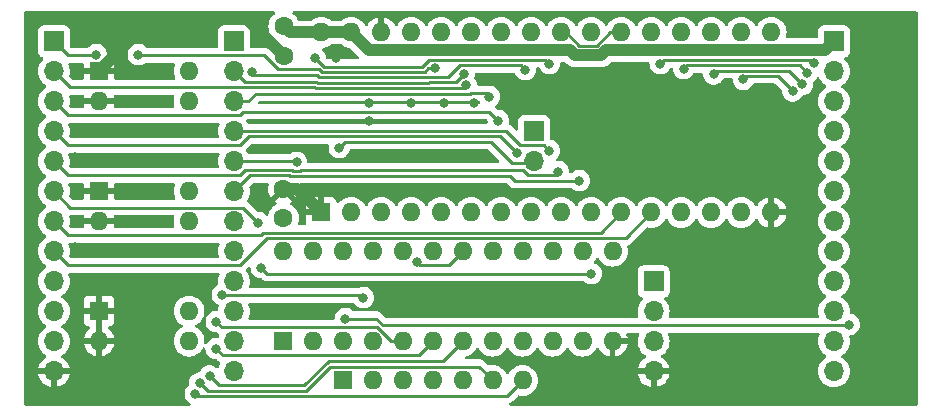
<source format=gbr>
%TF.GenerationSoftware,KiCad,Pcbnew,7.0.2-0*%
%TF.CreationDate,2023-12-14T06:19:47-08:00*%
%TF.ProjectId,c64-rom-326298,6336342d-726f-46d2-9d33-32363239382e,1.0*%
%TF.SameCoordinates,Original*%
%TF.FileFunction,Copper,L1,Top*%
%TF.FilePolarity,Positive*%
%FSLAX46Y46*%
G04 Gerber Fmt 4.6, Leading zero omitted, Abs format (unit mm)*
G04 Created by KiCad (PCBNEW 7.0.2-0) date 2023-12-14 06:19:47*
%MOMM*%
%LPD*%
G01*
G04 APERTURE LIST*
%TA.AperFunction,ComponentPad*%
%ADD10R,1.600000X1.600000*%
%TD*%
%TA.AperFunction,ComponentPad*%
%ADD11O,1.600000X1.600000*%
%TD*%
%TA.AperFunction,ComponentPad*%
%ADD12C,1.600000*%
%TD*%
%TA.AperFunction,ComponentPad*%
%ADD13R,1.700000X1.700000*%
%TD*%
%TA.AperFunction,ComponentPad*%
%ADD14O,1.700000X1.700000*%
%TD*%
%TA.AperFunction,ViaPad*%
%ADD15C,0.800000*%
%TD*%
%TA.AperFunction,Conductor*%
%ADD16C,0.250000*%
%TD*%
%TA.AperFunction,Conductor*%
%ADD17C,1.000000*%
%TD*%
G04 APERTURE END LIST*
D10*
%TO.P,SW103,1*%
%TO.N,VSS*%
X117840600Y-108331000D03*
D11*
%TO.P,SW103,2*%
X117840600Y-110871000D03*
%TO.P,SW103,3*%
%TO.N,Net-(RN101-R6)*%
X125460600Y-110871000D03*
%TO.P,SW103,4*%
%TO.N,Net-(RN101-R5)*%
X125460600Y-108331000D03*
%TD*%
D10*
%TO.P,U101,1,NC*%
%TO.N,VSS*%
X136652000Y-99974400D03*
D11*
%TO.P,U101,2,A16*%
%TO.N,Net-(U101-A16)*%
X139192000Y-99974400D03*
%TO.P,U101,3,A15*%
%TO.N,Net-(U101-A15)*%
X141732000Y-99974400D03*
%TO.P,U101,4,A12*%
%TO.N,Net-(U101-A12)*%
X144272000Y-99974400D03*
%TO.P,U101,5,A7*%
%TO.N,A7*%
X146812000Y-99974400D03*
%TO.P,U101,6,A6*%
%TO.N,A6*%
X149352000Y-99974400D03*
%TO.P,U101,7,A5*%
%TO.N,A5*%
X151892000Y-99974400D03*
%TO.P,U101,8,A4*%
%TO.N,A4*%
X154432000Y-99974400D03*
%TO.P,U101,9,A3*%
%TO.N,A3*%
X156972000Y-99974400D03*
%TO.P,U101,10,A2*%
%TO.N,A2*%
X159512000Y-99974400D03*
%TO.P,U101,11,A1*%
%TO.N,A1*%
X162052000Y-99974400D03*
%TO.P,U101,12,A0*%
%TO.N,A0*%
X164592000Y-99974400D03*
%TO.P,U101,13,D0*%
%TO.N,D0*%
X167132000Y-99974400D03*
%TO.P,U101,14,D1*%
%TO.N,D1*%
X169672000Y-99974400D03*
%TO.P,U101,15,D2*%
%TO.N,D2*%
X172212000Y-99974400D03*
%TO.P,U101,16,GND*%
%TO.N,VSS*%
X174752000Y-99974400D03*
%TO.P,U101,17,D3*%
%TO.N,D3*%
X174752000Y-84734400D03*
%TO.P,U101,18,D4*%
%TO.N,D4*%
X172212000Y-84734400D03*
%TO.P,U101,19,D5*%
%TO.N,D5*%
X169672000Y-84734400D03*
%TO.P,U101,20,D6*%
%TO.N,D6*%
X167132000Y-84734400D03*
%TO.P,U101,21,D7*%
%TO.N,D7*%
X164592000Y-84734400D03*
%TO.P,U101,22,CE*%
%TO.N,Net-(U101-CE)*%
X162052000Y-84734400D03*
%TO.P,U101,23,A10*%
%TO.N,A10*%
X159512000Y-84734400D03*
%TO.P,U101,24,OE*%
%TO.N,Net-(U101-CE)*%
X156972000Y-84734400D03*
%TO.P,U101,25,A11*%
%TO.N,A11*%
X154432000Y-84734400D03*
%TO.P,U101,26,A9*%
%TO.N,A9*%
X151892000Y-84734400D03*
%TO.P,U101,27,A8*%
%TO.N,A8*%
X149352000Y-84734400D03*
%TO.P,U101,28,A13*%
%TO.N,Net-(U101-A13)*%
X146812000Y-84734400D03*
%TO.P,U101,29,A14*%
%TO.N,Net-(U101-A14)*%
X144272000Y-84734400D03*
%TO.P,U101,30,NC*%
%TO.N,VSS*%
X141732000Y-84734400D03*
%TO.P,U101,31,PGM*%
%TO.N,VCC*%
X139192000Y-84734400D03*
%TO.P,U101,32,VCC*%
X136652000Y-84734400D03*
%TD*%
D10*
%TO.P,SW102,1*%
%TO.N,VSS*%
X117840600Y-98171000D03*
D11*
%TO.P,SW102,2*%
X117840600Y-100711000D03*
%TO.P,SW102,3*%
%TO.N,Net-(RN101-R4)*%
X125460600Y-100711000D03*
%TO.P,SW102,4*%
%TO.N,Net-(RN101-R3)*%
X125460600Y-98171000D03*
%TD*%
D10*
%TO.P,SW101,1*%
%TO.N,VSS*%
X117840600Y-88011000D03*
D11*
%TO.P,SW101,2*%
X117840600Y-90551000D03*
%TO.P,SW101,3*%
%TO.N,Net-(RN101-R2)*%
X125460600Y-90551000D03*
%TO.P,SW101,4*%
%TO.N,Net-(RN101-R1)*%
X125460600Y-88011000D03*
%TD*%
D12*
%TO.P,C102,1*%
%TO.N,VCC*%
X133451600Y-100462400D03*
%TO.P,C102,2*%
%TO.N,VSS*%
X133451600Y-97962400D03*
%TD*%
D10*
%TO.P,U102,1,I1/CLK*%
%TO.N,~{BAS}*%
X133375400Y-110886400D03*
D11*
%TO.P,U102,2,I2*%
%TO.N,~{KRN}*%
X135915400Y-110886400D03*
%TO.P,U102,3,I3*%
%TO.N,~{CHR}*%
X138455400Y-110886400D03*
%TO.P,U102,4,I4*%
%TO.N,Net-(RN101-R1)*%
X140995400Y-110886400D03*
%TO.P,U102,5,I5*%
%TO.N,Net-(RN101-R2)*%
X143535400Y-110886400D03*
%TO.P,U102,6,I6*%
%TO.N,Net-(RN101-R3)*%
X146075400Y-110886400D03*
%TO.P,U102,7,I7*%
%TO.N,Net-(RN101-R4)*%
X148615400Y-110886400D03*
%TO.P,U102,8,I8*%
%TO.N,Net-(RN101-R5)*%
X151155400Y-110886400D03*
%TO.P,U102,9,I9*%
%TO.N,Net-(RN101-R6)*%
X153695400Y-110886400D03*
%TO.P,U102,10,I10*%
%TO.N,IA12*%
X156235400Y-110886400D03*
%TO.P,U102,11,I11*%
%TO.N,unconnected-(U102-I11-Pad11)*%
X158775400Y-110886400D03*
%TO.P,U102,12,GND*%
%TO.N,VSS*%
X161315400Y-110886400D03*
%TO.P,U102,13,I12*%
%TO.N,unconnected-(U102-I12-Pad13)*%
X161315400Y-103266400D03*
%TO.P,U102,14,IO1*%
%TO.N,unconnected-(U102-IO1-Pad14)*%
X158775400Y-103266400D03*
%TO.P,U102,15,IO2*%
%TO.N,unconnected-(U102-IO2-Pad15)*%
X156235400Y-103266400D03*
%TO.P,U102,16,IO3*%
%TO.N,unconnected-(U102-IO3-Pad16)*%
X153695400Y-103266400D03*
%TO.P,U102,17,IO4*%
%TO.N,unconnected-(U102-IO4-Pad17)*%
X151155400Y-103266400D03*
%TO.P,U102,18,IO5*%
%TO.N,Net-(U101-A12)*%
X148615400Y-103266400D03*
%TO.P,U102,19,IO6*%
%TO.N,Net-(U101-A13)*%
X146075400Y-103266400D03*
%TO.P,U102,20,IO7*%
%TO.N,Net-(U101-A14)*%
X143535400Y-103266400D03*
%TO.P,U102,21,IO8*%
%TO.N,Net-(U101-A15)*%
X140995400Y-103266400D03*
%TO.P,U102,22,IO9*%
%TO.N,Net-(U101-A16)*%
X138455400Y-103266400D03*
%TO.P,U102,23,IO10*%
%TO.N,Net-(U101-CE)*%
X135915400Y-103266400D03*
%TO.P,U102,24,VCC*%
%TO.N,VCC*%
X133375400Y-103266400D03*
%TD*%
D12*
%TO.P,C101,1*%
%TO.N,VCC*%
X133477000Y-84226400D03*
%TO.P,C101,2*%
%TO.N,VSS*%
X133477000Y-86726400D03*
%TD*%
D10*
%TO.P,RN101,1,common*%
%TO.N,VCC*%
X138455400Y-114198400D03*
D11*
%TO.P,RN101,2,R1*%
%TO.N,Net-(RN101-R1)*%
X140995400Y-114198400D03*
%TO.P,RN101,3,R2*%
%TO.N,Net-(RN101-R2)*%
X143535400Y-114198400D03*
%TO.P,RN101,4,R3*%
%TO.N,Net-(RN101-R3)*%
X146075400Y-114198400D03*
%TO.P,RN101,5,R4*%
%TO.N,Net-(RN101-R4)*%
X148615400Y-114198400D03*
%TO.P,RN101,6,R5*%
%TO.N,Net-(RN101-R5)*%
X151155400Y-114198400D03*
%TO.P,RN101,7,R6*%
%TO.N,Net-(RN101-R6)*%
X153695400Y-114198400D03*
%TD*%
D13*
%TO.P,J1,1,Pin_1*%
%TO.N,A7*%
X114020600Y-85496400D03*
D14*
%TO.P,J1,2,Pin_2*%
%TO.N,A6*%
X114020600Y-88036400D03*
%TO.P,J1,3,Pin_3*%
%TO.N,A5*%
X114020600Y-90576400D03*
%TO.P,J1,4,Pin_4*%
%TO.N,A4*%
X114020600Y-93116400D03*
%TO.P,J1,5,Pin_5*%
%TO.N,A3*%
X114020600Y-95656400D03*
%TO.P,J1,6,Pin_6*%
%TO.N,A2*%
X114020600Y-98196400D03*
%TO.P,J1,7,Pin_7*%
%TO.N,A1*%
X114020600Y-100736400D03*
%TO.P,J1,8,Pin_8*%
%TO.N,A0*%
X114020600Y-103276400D03*
%TO.P,J1,9,Pin_9*%
%TO.N,unconnected-(J1-Pin_9-Pad9)*%
X114020600Y-105816400D03*
%TO.P,J1,10,Pin_10*%
%TO.N,unconnected-(J1-Pin_10-Pad10)*%
X114020600Y-108356400D03*
%TO.P,J1,11,Pin_11*%
%TO.N,unconnected-(J1-Pin_11-Pad11)*%
X114020600Y-110896400D03*
%TO.P,J1,12,Pin_12*%
%TO.N,VSS*%
X114020600Y-113436400D03*
%TD*%
D13*
%TO.P,J4,1,Pin_1*%
%TO.N,D0*%
X164795200Y-105816400D03*
D14*
%TO.P,J4,2,Pin_2*%
%TO.N,D1*%
X164795200Y-108356400D03*
%TO.P,J4,3,Pin_3*%
%TO.N,D2*%
X164795200Y-110896400D03*
%TO.P,J4,4,Pin_4*%
%TO.N,VSS*%
X164795200Y-113436400D03*
%TD*%
D13*
%TO.P,J3,1,Pin_1*%
%TO.N,unconnected-(J3-Pin_1-Pad1)*%
X154660600Y-93111400D03*
D14*
%TO.P,J3,2,Pin_2*%
%TO.N,~{KRN}*%
X154660600Y-95651400D03*
%TD*%
D13*
%TO.P,J5,1,Pin_1*%
%TO.N,VCC*%
X180060600Y-85496400D03*
D14*
%TO.P,J5,2,Pin_2*%
%TO.N,unconnected-(J5-Pin_2-Pad2)*%
X180060600Y-88036400D03*
%TO.P,J5,3,Pin_3*%
%TO.N,unconnected-(J5-Pin_3-Pad3)*%
X180060600Y-90576400D03*
%TO.P,J5,4,Pin_4*%
%TO.N,unconnected-(J5-Pin_4-Pad4)*%
X180060600Y-93116400D03*
%TO.P,J5,5,Pin_5*%
%TO.N,~{CHR}*%
X180060600Y-95656400D03*
%TO.P,J5,6,Pin_6*%
%TO.N,unconnected-(J5-Pin_6-Pad6)*%
X180060600Y-98196400D03*
%TO.P,J5,7,Pin_7*%
%TO.N,unconnected-(J5-Pin_7-Pad7)*%
X180060600Y-100736400D03*
%TO.P,J5,8,Pin_8*%
%TO.N,D7*%
X180060600Y-103276400D03*
%TO.P,J5,9,Pin_9*%
%TO.N,D6*%
X180060600Y-105816400D03*
%TO.P,J5,10,Pin_10*%
%TO.N,D5*%
X180060600Y-108356400D03*
%TO.P,J5,11,Pin_11*%
%TO.N,D4*%
X180060600Y-110896400D03*
%TO.P,J5,12,Pin_12*%
%TO.N,D3*%
X180060600Y-113436400D03*
%TD*%
D13*
%TO.P,J2,1,Pin_1*%
%TO.N,VCC*%
X129260600Y-85496400D03*
D14*
%TO.P,J2,2,Pin_2*%
%TO.N,A8*%
X129260600Y-88036400D03*
%TO.P,J2,3,Pin_3*%
%TO.N,A9*%
X129260600Y-90576400D03*
%TO.P,J2,4,Pin_4*%
%TO.N,IA12*%
X129260600Y-93116400D03*
%TO.P,J2,5,Pin_5*%
%TO.N,~{BAS}*%
X129260600Y-95656400D03*
%TO.P,J2,6,Pin_6*%
%TO.N,A10*%
X129260600Y-98196400D03*
%TO.P,J2,7,Pin_7*%
%TO.N,A11*%
X129260600Y-100736400D03*
%TO.P,J2,8,Pin_8*%
%TO.N,unconnected-(J2-Pin_8-Pad8)*%
X129260600Y-103276400D03*
%TO.P,J2,9,Pin_9*%
%TO.N,unconnected-(J2-Pin_9-Pad9)*%
X129260600Y-105816400D03*
%TO.P,J2,10,Pin_10*%
%TO.N,unconnected-(J2-Pin_10-Pad10)*%
X129260600Y-108356400D03*
%TO.P,J2,11,Pin_11*%
%TO.N,unconnected-(J2-Pin_11-Pad11)*%
X129260600Y-110896400D03*
%TO.P,J2,12,Pin_12*%
%TO.N,unconnected-(J2-Pin_12-Pad12)*%
X129260600Y-113436400D03*
%TD*%
D15*
%TO.N,A7*%
X121158000Y-86614000D03*
X117602000Y-86611498D03*
%TO.N,VSS*%
X121158000Y-114300000D03*
X167386000Y-104394000D03*
X169926000Y-104394000D03*
X134874000Y-108458000D03*
X149098000Y-107188000D03*
X149606000Y-90678000D03*
X147066000Y-90678000D03*
X144272000Y-90678000D03*
X137922000Y-86868000D03*
X140716000Y-94996000D03*
X140716000Y-92202000D03*
X140716000Y-90678000D03*
X115824000Y-102870000D03*
X115824000Y-93218000D03*
X115824000Y-95250000D03*
%TO.N,A2*%
X131572000Y-104648000D03*
X131318000Y-100838000D03*
X159512000Y-105156000D03*
%TO.N,Net-(RN101-R1)*%
X128270000Y-106934000D03*
X140208000Y-107188000D03*
%TO.N,Net-(RN101-R2)*%
X127766989Y-109215011D03*
%TO.N,Net-(RN101-R3)*%
X127759601Y-111506000D03*
%TO.N,Net-(RN101-R4)*%
X127195738Y-113815754D03*
%TO.N,Net-(RN101-R5)*%
X126385160Y-114400535D03*
%TO.N,Net-(RN101-R6)*%
X125984000Y-115316000D03*
%TO.N,A7*%
X146304000Y-87783402D03*
%TO.N,A6*%
X148948165Y-89216255D03*
%TO.N,A5*%
X151638000Y-92202000D03*
%TO.N,A4*%
X153249168Y-94971236D03*
%TO.N,A3*%
X156718000Y-96520000D03*
%TO.N,D4*%
X172389800Y-88722200D03*
X176577660Y-89701768D03*
%TO.N,D5*%
X177396596Y-89128750D03*
X169875200Y-88265000D03*
%TO.N,D6*%
X167335200Y-87807800D03*
X177787791Y-88155781D03*
%TO.N,D7*%
X178356577Y-87333900D03*
X165354000Y-87376000D03*
%TO.N,A11*%
X153924000Y-87884000D03*
X130784775Y-88110296D03*
%TO.N,A10*%
X158496000Y-97282000D03*
%TO.N,~{BAS}*%
X134576500Y-95726604D03*
%TO.N,IA12*%
X155956000Y-94742000D03*
%TO.N,A9*%
X150876000Y-90170000D03*
%TO.N,A8*%
X148769220Y-88232902D03*
%TO.N,~{KRN}*%
X138176000Y-94488000D03*
%TO.N,~{CHR}*%
X138684000Y-108966000D03*
X181356000Y-109474000D03*
%TO.N,Net-(U101-A12)*%
X144784299Y-104140000D03*
%TO.N,Net-(U101-CE)*%
X155956000Y-87376000D03*
X136144000Y-86905500D03*
%TD*%
D16*
%TO.N,A3*%
X154173899Y-96826400D02*
X156411600Y-96826400D01*
X156411600Y-96826400D02*
X156718000Y-96520000D01*
X153760687Y-96413188D02*
X154173899Y-96826400D01*
X134209034Y-96387899D02*
X134272239Y-96451104D01*
X134910351Y-96413188D02*
X153760687Y-96413188D01*
X130190802Y-96387899D02*
X134209034Y-96387899D01*
X115195600Y-96831400D02*
X129747301Y-96831400D01*
X134872435Y-96451104D02*
X134910351Y-96413188D01*
X129747301Y-96831400D02*
X130190802Y-96387899D01*
X134272239Y-96451104D02*
X134872435Y-96451104D01*
X114020600Y-95656400D02*
X115195600Y-96831400D01*
%TO.N,A7*%
X115195600Y-86671400D02*
X117542098Y-86671400D01*
X121215400Y-86671400D02*
X131831009Y-86671400D01*
X117542098Y-86671400D02*
X117602000Y-86611498D01*
X121158000Y-86614000D02*
X121215400Y-86671400D01*
D17*
%TO.N,VSS*%
X133477000Y-86726400D02*
X130355679Y-83605079D01*
X130355679Y-83605079D02*
X122246521Y-83605079D01*
X122246521Y-83605079D02*
X117840600Y-88011000D01*
D16*
%TO.N,~{BAS}*%
X129260600Y-95656400D02*
X134506296Y-95656400D01*
X134506296Y-95656400D02*
X134576500Y-95726604D01*
%TO.N,A10*%
X133971443Y-96900605D02*
X135058624Y-96900605D01*
X152613603Y-96862689D02*
X153032914Y-97282000D01*
X129260600Y-98196400D02*
X130619600Y-96837400D01*
X135058624Y-96900605D02*
X135096540Y-96862689D01*
X133908238Y-96837400D02*
X133971443Y-96900605D01*
X135096540Y-96862689D02*
X152613603Y-96862689D01*
X130619600Y-96837400D02*
X133908238Y-96837400D01*
X153032914Y-97282000D02*
X158496000Y-97282000D01*
D17*
%TO.N,VSS*%
X133451600Y-97962400D02*
X134640000Y-97962400D01*
X134640000Y-97962400D02*
X136652000Y-99974400D01*
D16*
%TO.N,Net-(U101-A12)*%
X147490400Y-104391400D02*
X145035699Y-104391400D01*
X148615400Y-103266400D02*
X147490400Y-104391400D01*
X145035699Y-104391400D02*
X144784299Y-104140000D01*
%TO.N,A7*%
X145695898Y-87783402D02*
X146304000Y-87783402D01*
X145399799Y-88079501D02*
X145695898Y-87783402D01*
X133011009Y-87851400D02*
X136454210Y-87851400D01*
X131831009Y-86671400D02*
X133011009Y-87851400D01*
X136682311Y-88079501D02*
X145399799Y-88079501D01*
X114020600Y-85496400D02*
X115195600Y-86671400D01*
X136454210Y-87851400D02*
X136682311Y-88079501D01*
%TO.N,A9*%
X149323818Y-89865200D02*
X150571200Y-89865200D01*
X149248263Y-89940755D02*
X149323818Y-89865200D01*
X131098326Y-89940755D02*
X149248263Y-89940755D01*
%TO.N,A8*%
X136272549Y-88941119D02*
X136309933Y-88978503D01*
%TO.N,A11*%
X153924000Y-87884000D02*
X153548402Y-87508402D01*
%TO.N,A8*%
X130165319Y-88941119D02*
X136272549Y-88941119D01*
%TO.N,A9*%
X150571200Y-89865200D02*
X150876000Y-90170000D01*
X129260600Y-90576400D02*
X130462681Y-90576400D01*
%TO.N,A11*%
X136268021Y-88300901D02*
X130975380Y-88300901D01*
%TO.N,A6*%
X148748721Y-89415699D02*
X148948165Y-89216255D01*
%TO.N,A8*%
X136309933Y-88978503D02*
X145772177Y-88978503D01*
X129260600Y-88036400D02*
X130165319Y-88941119D01*
%TO.N,A6*%
X136086360Y-89390620D02*
X136123744Y-89428004D01*
X145958366Y-89428004D02*
X145970671Y-89415699D01*
%TO.N,A8*%
X148044717Y-88957405D02*
X148769220Y-88232902D01*
%TO.N,A9*%
X130462681Y-90576400D02*
X131098326Y-89940755D01*
%TO.N,A8*%
X145772177Y-88978503D02*
X145793275Y-88957405D01*
%TO.N,A6*%
X114020600Y-88036400D02*
X115374820Y-89390620D01*
X136123744Y-89428004D02*
X145958366Y-89428004D01*
%TO.N,A11*%
X145607086Y-88507904D02*
X145585988Y-88529002D01*
%TO.N,A8*%
X145793275Y-88957405D02*
X148044717Y-88957405D01*
%TO.N,A6*%
X115374820Y-89390620D02*
X136086360Y-89390620D01*
X145970671Y-89415699D02*
X148748721Y-89415699D01*
%TO.N,A11*%
X136496122Y-88529002D02*
X136268021Y-88300901D01*
X130975380Y-88300901D02*
X130784775Y-88110296D01*
X148365600Y-87508402D02*
X147366098Y-88507904D01*
X153548402Y-87508402D02*
X148365600Y-87508402D01*
%TO.N,Net-(U101-CE)*%
X145784709Y-87058901D02*
X145213610Y-87630000D01*
%TO.N,A11*%
X147366098Y-88507904D02*
X145607086Y-88507904D01*
X145585988Y-88529002D02*
X136496122Y-88529002D01*
%TO.N,Net-(U101-CE)*%
X145213610Y-87630000D02*
X136868500Y-87630000D01*
X136868500Y-87630000D02*
X136144000Y-86905500D01*
%TO.N,IA12*%
X153485600Y-94286400D02*
X155500400Y-94286400D01*
X155500400Y-94286400D02*
X155956000Y-94742000D01*
%TO.N,A4*%
X115195600Y-94291400D02*
X129747301Y-94291400D01*
%TO.N,~{KRN}*%
X154554000Y-95758000D02*
X152781000Y-95758000D01*
X154660600Y-95651400D02*
X154554000Y-95758000D01*
%TO.N,IA12*%
X129260600Y-93116400D02*
X129296002Y-93080998D01*
X152280198Y-93080998D02*
X153485600Y-94286400D01*
%TO.N,A4*%
X151808431Y-93530499D02*
X153249168Y-94971236D01*
%TO.N,IA12*%
X129296002Y-93080998D02*
X152280198Y-93080998D01*
%TO.N,A4*%
X129747301Y-94291400D02*
X130508202Y-93530499D01*
%TO.N,~{KRN}*%
X151003000Y-93980000D02*
X138684000Y-93980000D01*
%TO.N,A4*%
X114020600Y-93116400D02*
X115195600Y-94291400D01*
X130508202Y-93530499D02*
X151808431Y-93530499D01*
%TO.N,~{KRN}*%
X152781000Y-95758000D02*
X151003000Y-93980000D01*
X138684000Y-93980000D02*
X138176000Y-94488000D01*
%TO.N,A5*%
X114020600Y-90576400D02*
X115195600Y-91751400D01*
X130058701Y-91440000D02*
X150876000Y-91440000D01*
X115195600Y-91751400D02*
X129747301Y-91751400D01*
X129747301Y-91751400D02*
X130058701Y-91440000D01*
X150876000Y-91440000D02*
X151638000Y-92202000D01*
D17*
%TO.N,VCC*%
X157712380Y-86234400D02*
X155980420Y-86234400D01*
X180060600Y-85496400D02*
X179322600Y-86234400D01*
X140692000Y-86234400D02*
X139192000Y-84734400D01*
X155964138Y-86218118D02*
X155069603Y-86218118D01*
X155980420Y-86234400D02*
X155964138Y-86218118D01*
X155069603Y-86218118D02*
X155053321Y-86234400D01*
X158161881Y-86683901D02*
X157712380Y-86234400D01*
X155053321Y-86234400D02*
X140692000Y-86234400D01*
X160769011Y-86234400D02*
X160319511Y-86683900D01*
X179322600Y-86234400D02*
X160769011Y-86234400D01*
D16*
%TO.N,Net-(U101-CE)*%
X155606338Y-87058900D02*
X145849159Y-87058900D01*
D17*
%TO.N,VCC*%
X160319511Y-86683900D02*
X158161881Y-86683901D01*
D16*
%TO.N,Net-(U101-CE)*%
X155956000Y-87376000D02*
X155622619Y-87042619D01*
X155622619Y-87042619D02*
X155606338Y-87058900D01*
%TO.N,A2*%
X115385600Y-99561400D02*
X130041400Y-99561400D01*
X130041400Y-99561400D02*
X131318000Y-100838000D01*
X114020600Y-98196400D02*
X115385600Y-99561400D01*
X131572000Y-104648000D02*
X132080000Y-105156000D01*
X132080000Y-105156000D02*
X159512000Y-105156000D01*
%TO.N,Net-(U101-CE)*%
X162052000Y-84734400D02*
X161102991Y-84734400D01*
X157378400Y-84734400D02*
X156972000Y-84734400D01*
X161102991Y-84734400D02*
X159977991Y-85859400D01*
X159977991Y-85859400D02*
X158503400Y-85859400D01*
X158503400Y-85859400D02*
X157378400Y-84734400D01*
%TO.N,A1*%
X114020600Y-100736400D02*
X115195600Y-101911400D01*
X160334501Y-101691899D02*
X162052000Y-99974400D01*
X115195600Y-101911400D02*
X131514600Y-101911400D01*
X131514600Y-101911400D02*
X131734101Y-101691899D01*
X131734101Y-101691899D02*
X160334501Y-101691899D01*
%TO.N,Net-(RN101-R1)*%
X128270000Y-106934000D02*
X128327400Y-106991400D01*
X140011400Y-106991400D02*
X140208000Y-107188000D01*
X128327400Y-106991400D02*
X140011400Y-106991400D01*
%TO.N,Net-(RN101-R2)*%
X142586391Y-110886400D02*
X141390491Y-109690500D01*
X141390491Y-109690500D02*
X128242478Y-109690500D01*
X128242478Y-109690500D02*
X127766989Y-109215011D01*
X143535400Y-110886400D02*
X142586391Y-110886400D01*
%TO.N,Net-(RN101-R3)*%
X144890400Y-112071400D02*
X128325001Y-112071400D01*
X128325001Y-112071400D02*
X127759601Y-111506000D01*
X146075400Y-110886400D02*
X144890400Y-112071400D01*
%TO.N,Net-(RN101-R4)*%
X146979800Y-112522000D02*
X148615400Y-110886400D01*
X127195738Y-113815754D02*
X127991384Y-114611400D01*
X127991384Y-114611400D02*
X135196910Y-114611400D01*
X135196910Y-114611400D02*
X137286310Y-112522000D01*
X137286310Y-112522000D02*
X146979800Y-112522000D01*
%TO.N,Net-(RN101-R5)*%
X149987000Y-113030000D02*
X151155400Y-114198400D01*
X137414000Y-113030000D02*
X149987000Y-113030000D01*
X127046025Y-115061400D02*
X135382600Y-115061400D01*
X126385160Y-114400535D02*
X127046025Y-115061400D01*
X135382600Y-115061400D02*
X137414000Y-113030000D01*
%TO.N,Net-(RN101-R6)*%
X125984000Y-115316000D02*
X126179400Y-115511400D01*
X152382400Y-115511400D02*
X153695400Y-114198400D01*
X126179400Y-115511400D02*
X152382400Y-115511400D01*
D17*
%TO.N,VCC*%
X136652000Y-84734400D02*
X133985000Y-84734400D01*
X139192000Y-84734400D02*
X136652000Y-84734400D01*
X133985000Y-84734400D02*
X133477000Y-84226400D01*
D16*
%TO.N,A0*%
X129747301Y-104451400D02*
X132057301Y-102141400D01*
X114020600Y-103276400D02*
X115195600Y-104451400D01*
X162425000Y-102141400D02*
X164592000Y-99974400D01*
X115195600Y-104451400D02*
X129747301Y-104451400D01*
X132057301Y-102141400D02*
X162425000Y-102141400D01*
%TO.N,D4*%
X172694600Y-88417400D02*
X172389800Y-88722200D01*
X175293292Y-88417400D02*
X172694600Y-88417400D01*
X176577660Y-89701768D02*
X175293292Y-88417400D01*
%TO.N,D5*%
X170172301Y-87967899D02*
X169875200Y-88265000D01*
X177396596Y-89128750D02*
X176235745Y-87967899D01*
X176235745Y-87967899D02*
X170172301Y-87967899D01*
%TO.N,D6*%
X177150408Y-87518398D02*
X167624602Y-87518398D01*
X177787791Y-88155781D02*
X177150408Y-87518398D01*
X167624602Y-87518398D02*
X167335200Y-87807800D01*
%TO.N,D7*%
X165354000Y-87376000D02*
X165661103Y-87068897D01*
X165661103Y-87068897D02*
X178091574Y-87068897D01*
X178091574Y-87068897D02*
X178356577Y-87333900D01*
%TO.N,~{CHR}*%
X181356000Y-109474000D02*
X181298600Y-109531400D01*
X141301681Y-108966000D02*
X138684000Y-108966000D01*
X141867081Y-109531400D02*
X141301681Y-108966000D01*
X181298600Y-109531400D02*
X141867081Y-109531400D01*
%TD*%
%TA.AperFunction,Conductor*%
%TO.N,VSS*%
G36*
X118090599Y-110555313D02*
G01*
X118078645Y-110543359D01*
X117965748Y-110485835D01*
X117872081Y-110471000D01*
X117809119Y-110471000D01*
X117715452Y-110485835D01*
X117602555Y-110543359D01*
X117590599Y-110555314D01*
X117590599Y-108646685D01*
X117602555Y-108658641D01*
X117715452Y-108716165D01*
X117809119Y-108731000D01*
X117872081Y-108731000D01*
X117965748Y-108716165D01*
X118078645Y-108658641D01*
X118090599Y-108646685D01*
X118090599Y-110555313D01*
G37*
%TD.AperFunction*%
%TA.AperFunction,Conductor*%
G36*
X132696441Y-82976585D02*
G01*
X132742196Y-83029389D01*
X132752140Y-83098547D01*
X132723115Y-83162103D01*
X132700525Y-83182475D01*
X132637859Y-83226353D01*
X132476953Y-83387259D01*
X132346432Y-83573664D01*
X132250261Y-83779902D01*
X132191364Y-83999710D01*
X132171531Y-84226400D01*
X132191364Y-84453089D01*
X132250261Y-84672897D01*
X132346432Y-84879135D01*
X132476953Y-85065540D01*
X132637859Y-85226446D01*
X132824264Y-85356967D01*
X132824265Y-85356967D01*
X132824266Y-85356968D01*
X132839975Y-85364293D01*
X132892414Y-85410465D01*
X132911566Y-85477659D01*
X132891350Y-85544540D01*
X132839977Y-85589056D01*
X132824517Y-85596265D01*
X132751527Y-85647373D01*
X133432600Y-86328446D01*
X133351852Y-86341235D01*
X133238955Y-86398759D01*
X133149359Y-86488355D01*
X133091835Y-86601252D01*
X133079046Y-86682000D01*
X132397973Y-86000927D01*
X132346866Y-86073916D01*
X132341965Y-86084426D01*
X132295791Y-86136864D01*
X132228597Y-86156014D01*
X132161716Y-86135796D01*
X132153588Y-86130000D01*
X132151948Y-86128728D01*
X132111860Y-86111380D01*
X132101370Y-86106241D01*
X132063100Y-86085202D01*
X132043700Y-86080221D01*
X132025293Y-86073919D01*
X132006906Y-86065962D01*
X131963767Y-86059129D01*
X131952333Y-86056761D01*
X131910028Y-86045900D01*
X131889993Y-86045900D01*
X131870595Y-86044373D01*
X131863171Y-86043197D01*
X131850814Y-86041240D01*
X131850813Y-86041240D01*
X131817860Y-86044355D01*
X131807334Y-86045350D01*
X131795665Y-86045900D01*
X130735100Y-86045900D01*
X130668061Y-86026215D01*
X130622306Y-85973411D01*
X130611100Y-85921900D01*
X130611099Y-84601839D01*
X130611099Y-84598528D01*
X130604691Y-84538917D01*
X130554396Y-84404069D01*
X130468146Y-84288854D01*
X130352931Y-84202604D01*
X130218083Y-84152309D01*
X130194338Y-84149756D01*
X130161766Y-84146254D01*
X130161765Y-84146253D01*
X130158473Y-84145900D01*
X130155150Y-84145900D01*
X128366039Y-84145900D01*
X128366020Y-84145900D01*
X128362728Y-84145901D01*
X128359448Y-84146253D01*
X128359440Y-84146254D01*
X128303115Y-84152309D01*
X128168269Y-84202604D01*
X128053054Y-84288854D01*
X127966804Y-84404068D01*
X127916510Y-84538915D01*
X127916509Y-84538917D01*
X127910100Y-84598527D01*
X127910100Y-84601848D01*
X127910100Y-84601849D01*
X127910101Y-85921900D01*
X127890416Y-85988939D01*
X127837613Y-86034694D01*
X127786101Y-86045900D01*
X121913431Y-86045900D01*
X121846392Y-86026215D01*
X121821281Y-86004872D01*
X121763870Y-85941110D01*
X121610730Y-85829848D01*
X121437802Y-85752855D01*
X121252648Y-85713500D01*
X121252646Y-85713500D01*
X121063354Y-85713500D01*
X121063352Y-85713500D01*
X120878197Y-85752855D01*
X120705269Y-85829848D01*
X120552129Y-85941110D01*
X120425466Y-86081783D01*
X120330820Y-86245715D01*
X120272326Y-86425742D01*
X120252540Y-86614000D01*
X120272326Y-86802257D01*
X120330820Y-86982284D01*
X120425466Y-87146216D01*
X120552129Y-87286889D01*
X120705269Y-87398151D01*
X120878197Y-87475144D01*
X121063352Y-87514500D01*
X121063354Y-87514500D01*
X121252648Y-87514500D01*
X121394402Y-87484369D01*
X121437803Y-87475144D01*
X121610730Y-87398151D01*
X121632426Y-87382388D01*
X121717496Y-87320582D01*
X121783302Y-87297102D01*
X121790381Y-87296900D01*
X124164006Y-87296900D01*
X124231045Y-87316585D01*
X124276800Y-87369389D01*
X124286744Y-87438547D01*
X124276388Y-87473305D01*
X124233861Y-87564502D01*
X124174964Y-87784310D01*
X124155131Y-88010999D01*
X124174964Y-88237689D01*
X124233861Y-88457497D01*
X124295050Y-88588715D01*
X124305542Y-88657792D01*
X124277023Y-88721576D01*
X124218546Y-88759816D01*
X124182668Y-88765120D01*
X119264600Y-88765120D01*
X119197561Y-88745435D01*
X119151806Y-88692631D01*
X119140600Y-88641120D01*
X119140600Y-88261000D01*
X118156286Y-88261000D01*
X118168241Y-88249045D01*
X118225765Y-88136148D01*
X118245586Y-88011000D01*
X118225765Y-87885852D01*
X118168241Y-87772955D01*
X118156286Y-87761000D01*
X119140600Y-87761000D01*
X119140600Y-87166481D01*
X119140245Y-87159867D01*
X119134199Y-87103628D01*
X119083952Y-86968910D01*
X118997788Y-86853811D01*
X118882689Y-86767647D01*
X118747971Y-86717400D01*
X118691732Y-86711354D01*
X118685118Y-86711000D01*
X118629568Y-86711000D01*
X118562529Y-86691315D01*
X118516774Y-86638511D01*
X118506247Y-86599961D01*
X118505067Y-86588730D01*
X118487674Y-86423242D01*
X118440459Y-86277930D01*
X118429179Y-86243213D01*
X118334533Y-86079281D01*
X118207870Y-85938608D01*
X118054730Y-85827346D01*
X117881802Y-85750353D01*
X117696648Y-85710998D01*
X117696646Y-85710998D01*
X117507354Y-85710998D01*
X117507352Y-85710998D01*
X117322197Y-85750353D01*
X117149269Y-85827346D01*
X116996129Y-85938609D01*
X116936464Y-86004873D01*
X116876977Y-86041521D01*
X116844315Y-86045900D01*
X115506052Y-86045900D01*
X115439013Y-86026215D01*
X115418371Y-86009581D01*
X115407418Y-85998628D01*
X115373933Y-85937305D01*
X115371099Y-85910947D01*
X115371099Y-84601839D01*
X115371099Y-84598528D01*
X115364691Y-84538917D01*
X115314396Y-84404069D01*
X115228146Y-84288854D01*
X115112931Y-84202604D01*
X114978083Y-84152309D01*
X114954338Y-84149756D01*
X114921766Y-84146254D01*
X114921765Y-84146253D01*
X114918473Y-84145900D01*
X114915150Y-84145900D01*
X113126039Y-84145900D01*
X113126020Y-84145900D01*
X113122728Y-84145901D01*
X113119448Y-84146253D01*
X113119440Y-84146254D01*
X113063115Y-84152309D01*
X112928269Y-84202604D01*
X112813054Y-84288854D01*
X112726804Y-84404068D01*
X112676510Y-84538915D01*
X112676509Y-84538917D01*
X112670100Y-84598527D01*
X112670100Y-84601848D01*
X112670100Y-84601849D01*
X112670100Y-86390960D01*
X112670100Y-86390978D01*
X112670101Y-86394272D01*
X112676509Y-86453883D01*
X112726804Y-86588731D01*
X112813054Y-86703946D01*
X112928269Y-86790196D01*
X113040507Y-86832058D01*
X113059682Y-86839210D01*
X113115616Y-86881081D01*
X113140033Y-86946546D01*
X113125181Y-87014819D01*
X113104031Y-87043073D01*
X112982103Y-87165001D01*
X112846565Y-87358570D01*
X112746697Y-87572736D01*
X112685536Y-87800992D01*
X112664940Y-88036400D01*
X112685536Y-88271807D01*
X112725554Y-88421157D01*
X112746697Y-88500063D01*
X112846565Y-88714230D01*
X112982105Y-88907801D01*
X113149199Y-89074895D01*
X113334760Y-89204826D01*
X113378383Y-89259402D01*
X113385576Y-89328901D01*
X113354054Y-89391255D01*
X113334759Y-89407975D01*
X113149195Y-89537908D01*
X112982105Y-89704998D01*
X112846565Y-89898570D01*
X112746697Y-90112736D01*
X112685536Y-90340992D01*
X112664940Y-90576399D01*
X112685536Y-90811807D01*
X112706898Y-90891531D01*
X112746697Y-91040063D01*
X112846565Y-91254230D01*
X112982105Y-91447801D01*
X113149199Y-91614895D01*
X113334760Y-91744826D01*
X113378383Y-91799402D01*
X113385576Y-91868901D01*
X113354054Y-91931255D01*
X113334758Y-91947975D01*
X113166916Y-92065500D01*
X113149195Y-92077908D01*
X112982105Y-92244998D01*
X112846565Y-92438570D01*
X112746697Y-92652736D01*
X112685536Y-92880992D01*
X112664940Y-93116400D01*
X112685536Y-93351807D01*
X112712456Y-93452272D01*
X112746697Y-93580063D01*
X112846565Y-93794230D01*
X112982105Y-93987801D01*
X113149199Y-94154895D01*
X113334760Y-94284826D01*
X113378383Y-94339402D01*
X113385576Y-94408901D01*
X113354054Y-94471255D01*
X113334758Y-94487975D01*
X113150612Y-94616916D01*
X113149195Y-94617908D01*
X112982105Y-94784998D01*
X112846565Y-94978570D01*
X112746697Y-95192736D01*
X112685536Y-95420992D01*
X112664940Y-95656399D01*
X112685536Y-95891807D01*
X112711253Y-95987783D01*
X112746697Y-96120063D01*
X112846565Y-96334230D01*
X112982105Y-96527801D01*
X113149199Y-96694895D01*
X113334760Y-96824826D01*
X113378383Y-96879402D01*
X113385576Y-96948901D01*
X113354054Y-97011255D01*
X113334759Y-97027975D01*
X113149195Y-97157908D01*
X112982105Y-97324998D01*
X112846565Y-97518570D01*
X112746697Y-97732736D01*
X112685536Y-97960992D01*
X112664940Y-98196400D01*
X112685536Y-98431807D01*
X112712455Y-98532270D01*
X112746697Y-98660063D01*
X112846565Y-98874230D01*
X112982105Y-99067801D01*
X113149199Y-99234895D01*
X113334760Y-99364826D01*
X113378383Y-99419402D01*
X113385576Y-99488901D01*
X113354054Y-99551255D01*
X113334758Y-99567975D01*
X113222244Y-99646759D01*
X113149195Y-99697908D01*
X112982105Y-99864998D01*
X112846565Y-100058570D01*
X112746697Y-100272736D01*
X112685536Y-100500992D01*
X112664940Y-100736400D01*
X112685536Y-100971807D01*
X112710882Y-101066399D01*
X112746697Y-101200063D01*
X112846565Y-101414230D01*
X112982105Y-101607801D01*
X113149199Y-101774895D01*
X113334760Y-101904826D01*
X113378383Y-101959402D01*
X113385576Y-102028901D01*
X113354054Y-102091255D01*
X113334759Y-102107975D01*
X113149195Y-102237908D01*
X112982105Y-102404998D01*
X112846565Y-102598570D01*
X112746697Y-102812736D01*
X112685536Y-103040992D01*
X112664940Y-103276399D01*
X112685536Y-103511807D01*
X112727872Y-103669807D01*
X112746697Y-103740063D01*
X112846565Y-103954230D01*
X112982105Y-104147801D01*
X113149199Y-104314895D01*
X113334760Y-104444826D01*
X113378383Y-104499402D01*
X113385576Y-104568901D01*
X113354054Y-104631255D01*
X113334758Y-104647975D01*
X113150612Y-104776916D01*
X113149195Y-104777908D01*
X112982105Y-104944998D01*
X112846565Y-105138570D01*
X112746697Y-105352736D01*
X112685536Y-105580992D01*
X112664940Y-105816400D01*
X112685536Y-106051807D01*
X112727872Y-106209807D01*
X112746697Y-106280063D01*
X112846565Y-106494230D01*
X112982105Y-106687801D01*
X113149199Y-106854895D01*
X113334760Y-106984826D01*
X113378383Y-107039402D01*
X113385576Y-107108901D01*
X113354054Y-107171255D01*
X113334758Y-107187975D01*
X113190609Y-107288910D01*
X113149195Y-107317908D01*
X112982105Y-107484998D01*
X112846565Y-107678570D01*
X112746697Y-107892736D01*
X112685536Y-108120992D01*
X112664940Y-108356399D01*
X112685536Y-108591807D01*
X112718858Y-108716165D01*
X112746697Y-108820063D01*
X112846565Y-109034230D01*
X112982105Y-109227801D01*
X113149199Y-109394895D01*
X113334760Y-109524826D01*
X113378383Y-109579402D01*
X113385576Y-109648901D01*
X113354054Y-109711255D01*
X113334758Y-109727975D01*
X113155675Y-109853371D01*
X113149195Y-109857908D01*
X112982105Y-110024998D01*
X112846565Y-110218570D01*
X112746697Y-110432736D01*
X112685536Y-110660992D01*
X112664940Y-110896400D01*
X112685536Y-111131807D01*
X112726959Y-111286400D01*
X112746697Y-111360063D01*
X112846565Y-111574230D01*
X112982105Y-111767801D01*
X113149199Y-111934895D01*
X113335196Y-112065132D01*
X113378819Y-112119707D01*
X113386012Y-112189206D01*
X113354490Y-112251560D01*
X113335195Y-112268280D01*
X113149519Y-112398292D01*
X112982490Y-112565321D01*
X112847000Y-112758821D01*
X112747169Y-112972907D01*
X112689964Y-113186399D01*
X112689964Y-113186400D01*
X113586914Y-113186400D01*
X113561107Y-113226556D01*
X113520600Y-113364511D01*
X113520600Y-113508289D01*
X113561107Y-113646244D01*
X113586914Y-113686400D01*
X112689964Y-113686400D01*
X112747169Y-113899892D01*
X112846999Y-114113976D01*
X112982493Y-114307481D01*
X113149518Y-114474506D01*
X113343023Y-114610000D01*
X113557109Y-114709830D01*
X113770600Y-114767034D01*
X113770600Y-113871901D01*
X113878285Y-113921080D01*
X113984837Y-113936400D01*
X114056363Y-113936400D01*
X114162915Y-113921080D01*
X114270600Y-113871901D01*
X114270600Y-114767033D01*
X114484090Y-114709830D01*
X114698176Y-114610000D01*
X114891681Y-114474506D01*
X115058706Y-114307481D01*
X115194200Y-114113976D01*
X115294030Y-113899892D01*
X115351236Y-113686400D01*
X114454286Y-113686400D01*
X114480093Y-113646244D01*
X114520600Y-113508289D01*
X114520600Y-113364511D01*
X114480093Y-113226556D01*
X114454286Y-113186400D01*
X115351236Y-113186400D01*
X115351235Y-113186399D01*
X115294030Y-112972907D01*
X115194199Y-112758821D01*
X115058709Y-112565321D01*
X114891681Y-112398293D01*
X114706004Y-112268280D01*
X114662380Y-112213703D01*
X114655187Y-112144204D01*
X114686709Y-112081850D01*
X114705999Y-112065134D01*
X114892001Y-111934895D01*
X115059095Y-111767801D01*
X115194635Y-111574230D01*
X115294503Y-111360063D01*
X115355663Y-111131808D01*
X115376259Y-110896400D01*
X115355663Y-110660992D01*
X115294503Y-110432737D01*
X115194635Y-110218571D01*
X115059095Y-110024999D01*
X114892001Y-109857905D01*
X114706439Y-109727973D01*
X114662816Y-109673398D01*
X114655622Y-109603900D01*
X114687145Y-109541545D01*
X114706437Y-109524828D01*
X114892001Y-109394895D01*
X115059095Y-109227801D01*
X115194635Y-109034230D01*
X115294503Y-108820063D01*
X115355663Y-108591808D01*
X115376259Y-108356400D01*
X115355663Y-108120992D01*
X115344947Y-108081000D01*
X116540599Y-108081000D01*
X117524914Y-108081000D01*
X117512959Y-108092955D01*
X117455435Y-108205852D01*
X117435614Y-108331000D01*
X117455435Y-108456148D01*
X117512959Y-108569045D01*
X117524914Y-108581000D01*
X116540600Y-108581000D01*
X116540600Y-109175518D01*
X116540954Y-109182132D01*
X116547000Y-109238371D01*
X116597247Y-109373089D01*
X116683411Y-109488188D01*
X116798510Y-109574352D01*
X116933224Y-109624597D01*
X116969575Y-109628506D01*
X117034126Y-109655245D01*
X117073974Y-109712637D01*
X117076468Y-109782462D01*
X117040816Y-109842551D01*
X117027445Y-109853370D01*
X117001782Y-109871339D01*
X116840941Y-110032180D01*
X116710465Y-110218519D01*
X116614333Y-110424673D01*
X116561728Y-110620999D01*
X116561728Y-110621000D01*
X117524914Y-110621000D01*
X117512959Y-110632955D01*
X117455435Y-110745852D01*
X117435614Y-110871000D01*
X117455435Y-110996148D01*
X117512959Y-111109045D01*
X117524914Y-111121000D01*
X116561728Y-111121000D01*
X116614333Y-111317326D01*
X116710465Y-111523480D01*
X116840941Y-111709819D01*
X117001780Y-111870658D01*
X117188119Y-112001134D01*
X117394273Y-112097266D01*
X117590599Y-112149871D01*
X117590600Y-112149871D01*
X117590600Y-111186686D01*
X117602555Y-111198641D01*
X117715452Y-111256165D01*
X117809119Y-111271000D01*
X117872081Y-111271000D01*
X117965748Y-111256165D01*
X118078645Y-111198641D01*
X118090598Y-111186687D01*
X118090599Y-112149871D01*
X118286926Y-112097266D01*
X118493080Y-112001134D01*
X118679419Y-111870658D01*
X118840258Y-111709819D01*
X118970734Y-111523480D01*
X119066866Y-111317326D01*
X119119472Y-111121000D01*
X118156286Y-111121000D01*
X118168241Y-111109045D01*
X118225765Y-110996148D01*
X118245586Y-110871000D01*
X118225765Y-110745852D01*
X118168241Y-110632955D01*
X118156286Y-110621000D01*
X119119472Y-110621000D01*
X119119471Y-110620999D01*
X119066866Y-110424673D01*
X118970734Y-110218519D01*
X118840258Y-110032180D01*
X118679416Y-109871338D01*
X118653756Y-109853371D01*
X118610131Y-109798794D01*
X118602937Y-109729296D01*
X118634460Y-109666941D01*
X118694690Y-109631527D01*
X118711624Y-109628506D01*
X118747975Y-109624597D01*
X118882689Y-109574352D01*
X118997788Y-109488188D01*
X119083952Y-109373089D01*
X119134199Y-109238371D01*
X119140245Y-109182132D01*
X119140600Y-109175518D01*
X119140600Y-108581000D01*
X118156286Y-108581000D01*
X118168241Y-108569045D01*
X118225765Y-108456148D01*
X118245586Y-108331000D01*
X118225765Y-108205852D01*
X118168241Y-108092955D01*
X118156286Y-108081000D01*
X119140600Y-108081000D01*
X119140600Y-107486481D01*
X119140245Y-107479867D01*
X119134199Y-107423628D01*
X119083952Y-107288910D01*
X118997788Y-107173811D01*
X118882689Y-107087647D01*
X118747971Y-107037400D01*
X118691732Y-107031354D01*
X118685118Y-107031000D01*
X118090600Y-107031000D01*
X118090599Y-108015313D01*
X118078645Y-108003359D01*
X117965748Y-107945835D01*
X117872081Y-107931000D01*
X117809119Y-107931000D01*
X117715452Y-107945835D01*
X117602555Y-108003359D01*
X117590600Y-108015314D01*
X117590600Y-107031000D01*
X116996082Y-107031000D01*
X116989467Y-107031354D01*
X116933228Y-107037400D01*
X116798510Y-107087647D01*
X116683411Y-107173811D01*
X116597247Y-107288910D01*
X116547000Y-107423628D01*
X116540954Y-107479867D01*
X116540600Y-107486481D01*
X116540599Y-108081000D01*
X115344947Y-108081000D01*
X115294503Y-107892737D01*
X115194635Y-107678571D01*
X115059095Y-107484999D01*
X114892001Y-107317905D01*
X114706439Y-107187973D01*
X114662817Y-107133398D01*
X114655624Y-107063899D01*
X114687146Y-107001545D01*
X114706437Y-106984828D01*
X114892001Y-106854895D01*
X115059095Y-106687801D01*
X115194635Y-106494230D01*
X115294503Y-106280063D01*
X115355663Y-106051808D01*
X115376259Y-105816400D01*
X115355663Y-105580992D01*
X115294503Y-105352737D01*
X115248137Y-105253305D01*
X115237645Y-105184228D01*
X115266165Y-105120444D01*
X115324641Y-105082204D01*
X115360519Y-105076900D01*
X127920681Y-105076900D01*
X127987720Y-105096585D01*
X128033475Y-105149389D01*
X128043419Y-105218547D01*
X128033063Y-105253305D01*
X127986697Y-105352736D01*
X127925536Y-105580992D01*
X127904940Y-105816400D01*
X127922024Y-106011665D01*
X127908257Y-106080165D01*
X127859642Y-106130348D01*
X127848932Y-106135751D01*
X127817269Y-106149848D01*
X127664129Y-106261110D01*
X127537466Y-106401783D01*
X127442820Y-106565715D01*
X127384326Y-106745742D01*
X127364540Y-106933999D01*
X127384326Y-107122257D01*
X127442820Y-107302284D01*
X127537466Y-107466216D01*
X127664129Y-107606889D01*
X127817265Y-107718149D01*
X127821908Y-107720216D01*
X127913683Y-107761077D01*
X127966920Y-107806328D01*
X127987241Y-107873177D01*
X127983022Y-107906450D01*
X127925536Y-108120992D01*
X127918509Y-108201318D01*
X127893057Y-108266387D01*
X127836466Y-108307366D01*
X127794981Y-108314511D01*
X127672341Y-108314511D01*
X127487186Y-108353866D01*
X127314258Y-108430859D01*
X127161118Y-108542121D01*
X127034455Y-108682794D01*
X126939809Y-108846726D01*
X126881315Y-109026753D01*
X126861529Y-109215010D01*
X126881315Y-109403268D01*
X126939809Y-109583295D01*
X127034455Y-109747227D01*
X127161118Y-109887900D01*
X127314258Y-109999162D01*
X127487186Y-110076155D01*
X127672341Y-110115511D01*
X127672343Y-110115511D01*
X127731536Y-110115511D01*
X127798575Y-110135196D01*
X127819217Y-110151830D01*
X127828007Y-110160620D01*
X127831187Y-110163087D01*
X127840049Y-110170655D01*
X127871896Y-110200562D01*
X127889450Y-110210212D01*
X127905714Y-110220896D01*
X127921539Y-110233171D01*
X127921542Y-110233173D01*
X127936165Y-110239501D01*
X127989873Y-110284189D01*
X128010894Y-110350822D01*
X127999302Y-110405705D01*
X127986697Y-110432736D01*
X127984751Y-110440000D01*
X127972470Y-110485835D01*
X127965032Y-110513593D01*
X127928667Y-110573254D01*
X127865820Y-110603783D01*
X127845257Y-110605500D01*
X127664953Y-110605500D01*
X127479798Y-110644855D01*
X127306870Y-110721848D01*
X127153730Y-110833110D01*
X127027068Y-110973782D01*
X126988519Y-111040552D01*
X126937952Y-111088767D01*
X126869344Y-111101989D01*
X126804480Y-111076021D01*
X126763952Y-111019107D01*
X126757604Y-110967743D01*
X126766068Y-110870999D01*
X126753019Y-110721848D01*
X126746235Y-110644308D01*
X126687339Y-110424504D01*
X126591168Y-110218266D01*
X126578689Y-110200443D01*
X126460646Y-110031859D01*
X126299740Y-109870953D01*
X126113333Y-109740431D01*
X126055325Y-109713382D01*
X126002885Y-109667210D01*
X125983733Y-109600017D01*
X126003948Y-109533135D01*
X126055325Y-109488618D01*
X126113334Y-109461568D01*
X126299739Y-109331047D01*
X126460647Y-109170139D01*
X126591168Y-108983734D01*
X126687339Y-108777496D01*
X126746235Y-108557692D01*
X126766068Y-108331000D01*
X126746235Y-108104308D01*
X126687339Y-107884504D01*
X126591168Y-107678266D01*
X126551914Y-107622204D01*
X126460646Y-107491859D01*
X126299740Y-107330953D01*
X126113335Y-107200432D01*
X125907097Y-107104261D01*
X125687289Y-107045364D01*
X125460600Y-107025531D01*
X125233910Y-107045364D01*
X125014102Y-107104261D01*
X124807864Y-107200432D01*
X124621459Y-107330953D01*
X124460553Y-107491859D01*
X124330032Y-107678264D01*
X124233861Y-107884502D01*
X124174964Y-108104310D01*
X124155131Y-108330999D01*
X124174964Y-108557689D01*
X124233861Y-108777497D01*
X124330032Y-108983735D01*
X124460553Y-109170140D01*
X124621459Y-109331046D01*
X124712645Y-109394894D01*
X124807866Y-109461568D01*
X124865873Y-109488617D01*
X124918313Y-109534789D01*
X124937465Y-109601982D01*
X124917250Y-109668864D01*
X124865876Y-109713380D01*
X124807866Y-109740431D01*
X124621459Y-109870953D01*
X124460553Y-110031859D01*
X124330032Y-110218264D01*
X124233861Y-110424502D01*
X124174964Y-110644310D01*
X124155131Y-110871000D01*
X124174964Y-111097689D01*
X124233861Y-111317497D01*
X124330032Y-111523735D01*
X124460553Y-111710140D01*
X124621459Y-111871046D01*
X124807864Y-112001567D01*
X124807865Y-112001567D01*
X124807866Y-112001568D01*
X125014104Y-112097739D01*
X125233908Y-112156635D01*
X125460600Y-112176468D01*
X125687292Y-112156635D01*
X125907096Y-112097739D01*
X126113334Y-112001568D01*
X126299739Y-111871047D01*
X126460647Y-111710139D01*
X126591168Y-111523734D01*
X126618326Y-111465492D01*
X126664498Y-111413053D01*
X126731691Y-111393901D01*
X126798572Y-111414116D01*
X126843907Y-111467281D01*
X126854029Y-111504935D01*
X126873927Y-111694257D01*
X126932421Y-111874284D01*
X127027067Y-112038216D01*
X127153730Y-112178889D01*
X127306870Y-112290151D01*
X127479798Y-112367144D01*
X127664953Y-112406500D01*
X127664955Y-112406500D01*
X127724148Y-112406500D01*
X127791187Y-112426185D01*
X127811829Y-112442819D01*
X127824197Y-112455187D01*
X127837097Y-112471288D01*
X127888224Y-112519300D01*
X127891021Y-112522011D01*
X127910530Y-112541520D01*
X127913710Y-112543987D01*
X127922572Y-112551555D01*
X127952209Y-112579387D01*
X127954419Y-112581462D01*
X127971971Y-112591111D01*
X127988239Y-112601797D01*
X128004065Y-112614073D01*
X128010753Y-112616967D01*
X128011751Y-112617399D01*
X128065460Y-112662087D01*
X128086483Y-112728719D01*
X128074890Y-112783607D01*
X127986697Y-112972735D01*
X127965075Y-113053431D01*
X127928710Y-113113091D01*
X127865863Y-113143620D01*
X127796487Y-113135325D01*
X127772414Y-113121655D01*
X127678511Y-113053431D01*
X127648468Y-113031603D01*
X127648467Y-113031602D01*
X127648465Y-113031601D01*
X127475540Y-112954609D01*
X127290386Y-112915254D01*
X127290384Y-112915254D01*
X127101092Y-112915254D01*
X127101090Y-112915254D01*
X126915935Y-112954609D01*
X126743007Y-113031602D01*
X126589867Y-113142864D01*
X126463204Y-113283538D01*
X126372486Y-113440666D01*
X126321919Y-113488882D01*
X126290880Y-113499956D01*
X126105357Y-113539390D01*
X125932429Y-113616383D01*
X125779289Y-113727645D01*
X125652626Y-113868318D01*
X125557980Y-114032250D01*
X125499486Y-114212277D01*
X125479700Y-114400535D01*
X125488697Y-114486144D01*
X125476127Y-114554873D01*
X125438263Y-114599421D01*
X125378131Y-114643110D01*
X125251464Y-114783786D01*
X125156820Y-114947715D01*
X125098326Y-115127742D01*
X125078540Y-115315999D01*
X125098326Y-115504257D01*
X125156820Y-115684284D01*
X125251466Y-115848216D01*
X125378129Y-115988889D01*
X125540946Y-116107182D01*
X125583612Y-116162512D01*
X125589591Y-116232125D01*
X125556985Y-116293920D01*
X125496147Y-116328277D01*
X125468061Y-116331500D01*
X111605100Y-116331500D01*
X111538061Y-116311815D01*
X111492306Y-116259011D01*
X111481100Y-116207500D01*
X111481100Y-83080900D01*
X111500785Y-83013861D01*
X111553589Y-82968106D01*
X111605100Y-82956900D01*
X132629402Y-82956900D01*
X132696441Y-82976585D01*
G37*
%TD.AperFunction*%
%TA.AperFunction,Conductor*%
G36*
X187115139Y-82976585D02*
G01*
X187160894Y-83029389D01*
X187172100Y-83080900D01*
X187172100Y-116207500D01*
X187152415Y-116274539D01*
X187099611Y-116320294D01*
X187048100Y-116331500D01*
X152672873Y-116331500D01*
X152605834Y-116311815D01*
X152560079Y-116259011D01*
X152550135Y-116189853D01*
X152579160Y-116126297D01*
X152620377Y-116099808D01*
X152619304Y-116097994D01*
X152632790Y-116090018D01*
X152650029Y-116079822D01*
X152667502Y-116071262D01*
X152686132Y-116063886D01*
X152721464Y-116038214D01*
X152731230Y-116031800D01*
X152768818Y-116009571D01*
X152768817Y-116009571D01*
X152768820Y-116009570D01*
X152782985Y-115995404D01*
X152797773Y-115982773D01*
X152813987Y-115970994D01*
X152841838Y-115937326D01*
X152849679Y-115928709D01*
X153280577Y-115497811D01*
X153341899Y-115464328D01*
X153400351Y-115465719D01*
X153468708Y-115484035D01*
X153695400Y-115503868D01*
X153922092Y-115484035D01*
X154141896Y-115425139D01*
X154348134Y-115328968D01*
X154534539Y-115198447D01*
X154695447Y-115037539D01*
X154825968Y-114851134D01*
X154922139Y-114644896D01*
X154981035Y-114425092D01*
X155000868Y-114198400D01*
X154981035Y-113971708D01*
X154922139Y-113751904D01*
X154825968Y-113545666D01*
X154821575Y-113539391D01*
X154695446Y-113359259D01*
X154534540Y-113198353D01*
X154348135Y-113067832D01*
X154141897Y-112971661D01*
X153922089Y-112912764D01*
X153695400Y-112892931D01*
X153468710Y-112912764D01*
X153248902Y-112971661D01*
X153042664Y-113067832D01*
X152856259Y-113198353D01*
X152695353Y-113359259D01*
X152564833Y-113545663D01*
X152537782Y-113603675D01*
X152491609Y-113656114D01*
X152424415Y-113675265D01*
X152357534Y-113655049D01*
X152313018Y-113603675D01*
X152285968Y-113545666D01*
X152155447Y-113359261D01*
X152155446Y-113359259D01*
X151994540Y-113198353D01*
X151808135Y-113067832D01*
X151601897Y-112971661D01*
X151382089Y-112912764D01*
X151155400Y-112892931D01*
X150928707Y-112912764D01*
X150860350Y-112931080D01*
X150790500Y-112929417D01*
X150740577Y-112898986D01*
X150487802Y-112646211D01*
X150474906Y-112630113D01*
X150423775Y-112582098D01*
X150420978Y-112579387D01*
X150404227Y-112562636D01*
X150401471Y-112559880D01*
X150398290Y-112557412D01*
X150389422Y-112549837D01*
X150357582Y-112519938D01*
X150340024Y-112510285D01*
X150323764Y-112499604D01*
X150307936Y-112487327D01*
X150267851Y-112469980D01*
X150257361Y-112464841D01*
X150219091Y-112443802D01*
X150199691Y-112438821D01*
X150181284Y-112432519D01*
X150162897Y-112424562D01*
X150119758Y-112417729D01*
X150108324Y-112415361D01*
X150066019Y-112404500D01*
X150045984Y-112404500D01*
X150026586Y-112402973D01*
X150019162Y-112401797D01*
X150006805Y-112399840D01*
X150006804Y-112399840D01*
X149973751Y-112402964D01*
X149963325Y-112403950D01*
X149951656Y-112404500D01*
X148916396Y-112404500D01*
X148849357Y-112384815D01*
X148803602Y-112332011D01*
X148793658Y-112262853D01*
X148822683Y-112199297D01*
X148881461Y-112161523D01*
X148884302Y-112160725D01*
X148901199Y-112156197D01*
X149061896Y-112113139D01*
X149268134Y-112016968D01*
X149454539Y-111886447D01*
X149615447Y-111725539D01*
X149745968Y-111539134D01*
X149773018Y-111481124D01*
X149819190Y-111428685D01*
X149886383Y-111409533D01*
X149953265Y-111429748D01*
X149997782Y-111481125D01*
X150024831Y-111539133D01*
X150155353Y-111725540D01*
X150316259Y-111886446D01*
X150502664Y-112016967D01*
X150502665Y-112016967D01*
X150502666Y-112016968D01*
X150708904Y-112113139D01*
X150928708Y-112172035D01*
X151155400Y-112191868D01*
X151382092Y-112172035D01*
X151601896Y-112113139D01*
X151808134Y-112016968D01*
X151994539Y-111886447D01*
X152155447Y-111725539D01*
X152285968Y-111539134D01*
X152313018Y-111481124D01*
X152359190Y-111428685D01*
X152426383Y-111409533D01*
X152493265Y-111429748D01*
X152537782Y-111481125D01*
X152564831Y-111539133D01*
X152695353Y-111725540D01*
X152856259Y-111886446D01*
X153042664Y-112016967D01*
X153042665Y-112016967D01*
X153042666Y-112016968D01*
X153248904Y-112113139D01*
X153468708Y-112172035D01*
X153619836Y-112185256D01*
X153695399Y-112191868D01*
X153695399Y-112191867D01*
X153695400Y-112191868D01*
X153922092Y-112172035D01*
X154141896Y-112113139D01*
X154348134Y-112016968D01*
X154534539Y-111886447D01*
X154695447Y-111725539D01*
X154825968Y-111539134D01*
X154853018Y-111481124D01*
X154899190Y-111428685D01*
X154966383Y-111409533D01*
X155033265Y-111429748D01*
X155077782Y-111481125D01*
X155104831Y-111539133D01*
X155235353Y-111725540D01*
X155396259Y-111886446D01*
X155582664Y-112016967D01*
X155582665Y-112016967D01*
X155582666Y-112016968D01*
X155788904Y-112113139D01*
X156008708Y-112172035D01*
X156235400Y-112191868D01*
X156462092Y-112172035D01*
X156681896Y-112113139D01*
X156888134Y-112016968D01*
X157074539Y-111886447D01*
X157235447Y-111725539D01*
X157365968Y-111539134D01*
X157393018Y-111481124D01*
X157439190Y-111428685D01*
X157506383Y-111409533D01*
X157573265Y-111429748D01*
X157617782Y-111481125D01*
X157644831Y-111539133D01*
X157775353Y-111725540D01*
X157936259Y-111886446D01*
X158122664Y-112016967D01*
X158122665Y-112016967D01*
X158122666Y-112016968D01*
X158328904Y-112113139D01*
X158548708Y-112172035D01*
X158775400Y-112191868D01*
X159002092Y-112172035D01*
X159221896Y-112113139D01*
X159428134Y-112016968D01*
X159614539Y-111886447D01*
X159775447Y-111725539D01*
X159905968Y-111539134D01*
X159933293Y-111480534D01*
X159979465Y-111428095D01*
X160046658Y-111408943D01*
X160113539Y-111429158D01*
X160158057Y-111480533D01*
X160185266Y-111538882D01*
X160315741Y-111725219D01*
X160476580Y-111886058D01*
X160662919Y-112016534D01*
X160869073Y-112112666D01*
X161065399Y-112165271D01*
X161065400Y-112165271D01*
X161065399Y-111202085D01*
X161077355Y-111214041D01*
X161190252Y-111271565D01*
X161283919Y-111286400D01*
X161346881Y-111286400D01*
X161440548Y-111271565D01*
X161553445Y-111214041D01*
X161565400Y-111202086D01*
X161565400Y-112165271D01*
X161761726Y-112112666D01*
X161967880Y-112016534D01*
X162154219Y-111886058D01*
X162315058Y-111725219D01*
X162445534Y-111538880D01*
X162541666Y-111332726D01*
X162594272Y-111136400D01*
X161631086Y-111136400D01*
X161643041Y-111124445D01*
X161700565Y-111011548D01*
X161720386Y-110886400D01*
X161700565Y-110761252D01*
X161643041Y-110648355D01*
X161631086Y-110636400D01*
X162594272Y-110636400D01*
X162594271Y-110636399D01*
X162541666Y-110440073D01*
X162491879Y-110333305D01*
X162481387Y-110264227D01*
X162509907Y-110200443D01*
X162568383Y-110162204D01*
X162604261Y-110156900D01*
X163455281Y-110156900D01*
X163522320Y-110176585D01*
X163568075Y-110229389D01*
X163578019Y-110298547D01*
X163567663Y-110333305D01*
X163521297Y-110432736D01*
X163460136Y-110660992D01*
X163439540Y-110896400D01*
X163460136Y-111131807D01*
X163501559Y-111286400D01*
X163521297Y-111360063D01*
X163621165Y-111574230D01*
X163756705Y-111767801D01*
X163923799Y-111934895D01*
X164109796Y-112065132D01*
X164153419Y-112119707D01*
X164160612Y-112189206D01*
X164129090Y-112251560D01*
X164109795Y-112268280D01*
X163924119Y-112398292D01*
X163757090Y-112565321D01*
X163621600Y-112758821D01*
X163521769Y-112972907D01*
X163464564Y-113186399D01*
X163464564Y-113186400D01*
X164361514Y-113186400D01*
X164335707Y-113226556D01*
X164295200Y-113364511D01*
X164295200Y-113508289D01*
X164335707Y-113646244D01*
X164361514Y-113686400D01*
X163464564Y-113686400D01*
X163521769Y-113899892D01*
X163621599Y-114113976D01*
X163757093Y-114307481D01*
X163924118Y-114474506D01*
X164117623Y-114610000D01*
X164331709Y-114709830D01*
X164545200Y-114767034D01*
X164545200Y-113871901D01*
X164652885Y-113921080D01*
X164759437Y-113936400D01*
X164830963Y-113936400D01*
X164937515Y-113921080D01*
X165045200Y-113871901D01*
X165045200Y-114767033D01*
X165258690Y-114709830D01*
X165472776Y-114610000D01*
X165666281Y-114474506D01*
X165833306Y-114307481D01*
X165968800Y-114113976D01*
X166068630Y-113899892D01*
X166125836Y-113686400D01*
X165228886Y-113686400D01*
X165254693Y-113646244D01*
X165295200Y-113508289D01*
X165295200Y-113364511D01*
X165254693Y-113226556D01*
X165228886Y-113186400D01*
X166125836Y-113186400D01*
X166125835Y-113186399D01*
X166068630Y-112972907D01*
X165968799Y-112758821D01*
X165833309Y-112565321D01*
X165666281Y-112398293D01*
X165480604Y-112268280D01*
X165436980Y-112213703D01*
X165429787Y-112144204D01*
X165461309Y-112081850D01*
X165480599Y-112065134D01*
X165666601Y-111934895D01*
X165833695Y-111767801D01*
X165969235Y-111574230D01*
X166069103Y-111360063D01*
X166130263Y-111131808D01*
X166150859Y-110896400D01*
X166130263Y-110660992D01*
X166069103Y-110432737D01*
X166023847Y-110335685D01*
X166022737Y-110333305D01*
X166012245Y-110264228D01*
X166040765Y-110200444D01*
X166099241Y-110162204D01*
X166135119Y-110156900D01*
X178720681Y-110156900D01*
X178787720Y-110176585D01*
X178833475Y-110229389D01*
X178843419Y-110298547D01*
X178833063Y-110333305D01*
X178786697Y-110432736D01*
X178725536Y-110660992D01*
X178704940Y-110896400D01*
X178725536Y-111131807D01*
X178766959Y-111286400D01*
X178786697Y-111360063D01*
X178886565Y-111574230D01*
X179022105Y-111767801D01*
X179189199Y-111934895D01*
X179374760Y-112064826D01*
X179418383Y-112119402D01*
X179425576Y-112188901D01*
X179394054Y-112251255D01*
X179374758Y-112267975D01*
X179233131Y-112367144D01*
X179189195Y-112397908D01*
X179022105Y-112564998D01*
X178886565Y-112758570D01*
X178786697Y-112972736D01*
X178725536Y-113200992D01*
X178704940Y-113436399D01*
X178725536Y-113671807D01*
X178759760Y-113799531D01*
X178786697Y-113900063D01*
X178886565Y-114114230D01*
X179022105Y-114307801D01*
X179189199Y-114474895D01*
X179382770Y-114610435D01*
X179596937Y-114710303D01*
X179808659Y-114767033D01*
X179825192Y-114771463D01*
X180060599Y-114792059D01*
X180060599Y-114792058D01*
X180060600Y-114792059D01*
X180296008Y-114771463D01*
X180524263Y-114710303D01*
X180738430Y-114610435D01*
X180932001Y-114474895D01*
X181099095Y-114307801D01*
X181234635Y-114114230D01*
X181334503Y-113900063D01*
X181395663Y-113671808D01*
X181416259Y-113436400D01*
X181395663Y-113200992D01*
X181334503Y-112972737D01*
X181234635Y-112758571D01*
X181099095Y-112564999D01*
X180932001Y-112397905D01*
X180746439Y-112267973D01*
X180702816Y-112213398D01*
X180695622Y-112143900D01*
X180727145Y-112081545D01*
X180746437Y-112064828D01*
X180932001Y-111934895D01*
X181099095Y-111767801D01*
X181234635Y-111574230D01*
X181334503Y-111360063D01*
X181395663Y-111131808D01*
X181416259Y-110896400D01*
X181395663Y-110660992D01*
X181359817Y-110527210D01*
X181361480Y-110457360D01*
X181400643Y-110399498D01*
X181453812Y-110373827D01*
X181635803Y-110335144D01*
X181808730Y-110258151D01*
X181860007Y-110220896D01*
X181961870Y-110146889D01*
X181972399Y-110135196D01*
X182088533Y-110006216D01*
X182183179Y-109842284D01*
X182241674Y-109662256D01*
X182261460Y-109474000D01*
X182241674Y-109285744D01*
X182204112Y-109170140D01*
X182183179Y-109105715D01*
X182088533Y-108941783D01*
X181961870Y-108801110D01*
X181808730Y-108689848D01*
X181635802Y-108612855D01*
X181505548Y-108585169D01*
X181444066Y-108551977D01*
X181410290Y-108490814D01*
X181407801Y-108453071D01*
X181408395Y-108446288D01*
X181416259Y-108356400D01*
X181395663Y-108120992D01*
X181334503Y-107892737D01*
X181234635Y-107678571D01*
X181099095Y-107484999D01*
X180932001Y-107317905D01*
X180746439Y-107187973D01*
X180702817Y-107133398D01*
X180695624Y-107063899D01*
X180727146Y-107001545D01*
X180746437Y-106984828D01*
X180932001Y-106854895D01*
X181099095Y-106687801D01*
X181234635Y-106494230D01*
X181334503Y-106280063D01*
X181395663Y-106051808D01*
X181416259Y-105816400D01*
X181404361Y-105680414D01*
X181395663Y-105580992D01*
X181380468Y-105524284D01*
X181334503Y-105352737D01*
X181234635Y-105138571D01*
X181099095Y-104944999D01*
X180932001Y-104777905D01*
X180746439Y-104647973D01*
X180702816Y-104593398D01*
X180695622Y-104523900D01*
X180727145Y-104461545D01*
X180746437Y-104444828D01*
X180932001Y-104314895D01*
X181099095Y-104147801D01*
X181234635Y-103954230D01*
X181334503Y-103740063D01*
X181395663Y-103511808D01*
X181416259Y-103276400D01*
X181395663Y-103040992D01*
X181334503Y-102812737D01*
X181234635Y-102598571D01*
X181099095Y-102404999D01*
X180932001Y-102237905D01*
X180746439Y-102107973D01*
X180702816Y-102053398D01*
X180695622Y-101983900D01*
X180727145Y-101921545D01*
X180746437Y-101904828D01*
X180932001Y-101774895D01*
X181099095Y-101607801D01*
X181234635Y-101414230D01*
X181334503Y-101200063D01*
X181395663Y-100971808D01*
X181416259Y-100736400D01*
X181395663Y-100500992D01*
X181334503Y-100272737D01*
X181234635Y-100058571D01*
X181099095Y-99864999D01*
X180932001Y-99697905D01*
X180746439Y-99567973D01*
X180702816Y-99513398D01*
X180695622Y-99443900D01*
X180727145Y-99381545D01*
X180746437Y-99364828D01*
X180932001Y-99234895D01*
X181099095Y-99067801D01*
X181234635Y-98874230D01*
X181334503Y-98660063D01*
X181395663Y-98431808D01*
X181416259Y-98196400D01*
X181395663Y-97960992D01*
X181334503Y-97732737D01*
X181234635Y-97518571D01*
X181099095Y-97324999D01*
X180932001Y-97157905D01*
X180746439Y-97027973D01*
X180702816Y-96973398D01*
X180695622Y-96903900D01*
X180727145Y-96841545D01*
X180746437Y-96824828D01*
X180932001Y-96694895D01*
X181099095Y-96527801D01*
X181234635Y-96334230D01*
X181334503Y-96120063D01*
X181395663Y-95891808D01*
X181416259Y-95656400D01*
X181395663Y-95420992D01*
X181334503Y-95192737D01*
X181234635Y-94978571D01*
X181099095Y-94784999D01*
X180932001Y-94617905D01*
X180746439Y-94487973D01*
X180702816Y-94433398D01*
X180695622Y-94363900D01*
X180727145Y-94301545D01*
X180746437Y-94284828D01*
X180932001Y-94154895D01*
X181099095Y-93987801D01*
X181234635Y-93794230D01*
X181334503Y-93580063D01*
X181395663Y-93351808D01*
X181416259Y-93116400D01*
X181395663Y-92880992D01*
X181334503Y-92652737D01*
X181234635Y-92438571D01*
X181099095Y-92244999D01*
X180932001Y-92077905D01*
X180746439Y-91947973D01*
X180702816Y-91893398D01*
X180695622Y-91823900D01*
X180727145Y-91761545D01*
X180746437Y-91744828D01*
X180932001Y-91614895D01*
X181099095Y-91447801D01*
X181234635Y-91254230D01*
X181334503Y-91040063D01*
X181395663Y-90811808D01*
X181416259Y-90576400D01*
X181414185Y-90552700D01*
X181395663Y-90340992D01*
X181384947Y-90300999D01*
X181334503Y-90112737D01*
X181234635Y-89898571D01*
X181099095Y-89704999D01*
X180932001Y-89537905D01*
X180746439Y-89407973D01*
X180702816Y-89353398D01*
X180695622Y-89283900D01*
X180727145Y-89221545D01*
X180746437Y-89204828D01*
X180932001Y-89074895D01*
X181099095Y-88907801D01*
X181234635Y-88714230D01*
X181334503Y-88500063D01*
X181395663Y-88271808D01*
X181416259Y-88036400D01*
X181395663Y-87800992D01*
X181334503Y-87572737D01*
X181234635Y-87358571D01*
X181099095Y-87164999D01*
X180977168Y-87043073D01*
X180943684Y-86981750D01*
X180948668Y-86912058D01*
X180990540Y-86856125D01*
X181021515Y-86839210D01*
X181152931Y-86790196D01*
X181268146Y-86703946D01*
X181354396Y-86588731D01*
X181404691Y-86453883D01*
X181411100Y-86394273D01*
X181411099Y-84598528D01*
X181404691Y-84538917D01*
X181354396Y-84404069D01*
X181268146Y-84288854D01*
X181152931Y-84202604D01*
X181018083Y-84152309D01*
X180994338Y-84149756D01*
X180961766Y-84146254D01*
X180961765Y-84146253D01*
X180958473Y-84145900D01*
X180955150Y-84145900D01*
X179166039Y-84145900D01*
X179166020Y-84145900D01*
X179162728Y-84145901D01*
X179159448Y-84146253D01*
X179159440Y-84146254D01*
X179103115Y-84152309D01*
X178968269Y-84202604D01*
X178853054Y-84288854D01*
X178766804Y-84404068D01*
X178716510Y-84538915D01*
X178716509Y-84538917D01*
X178710100Y-84598527D01*
X178710100Y-84601849D01*
X178710100Y-85109900D01*
X178690415Y-85176939D01*
X178637611Y-85222694D01*
X178586100Y-85233900D01*
X176126137Y-85233900D01*
X176059098Y-85214215D01*
X176013343Y-85161411D01*
X176003399Y-85092253D01*
X176006362Y-85077807D01*
X176037635Y-84961091D01*
X176057468Y-84734399D01*
X176037635Y-84507710D01*
X176037635Y-84507708D01*
X175978739Y-84287904D01*
X175882568Y-84081666D01*
X175825183Y-83999710D01*
X175752046Y-83895259D01*
X175591140Y-83734353D01*
X175404735Y-83603832D01*
X175198497Y-83507661D01*
X174978689Y-83448764D01*
X174752000Y-83428931D01*
X174525310Y-83448764D01*
X174305502Y-83507661D01*
X174099264Y-83603832D01*
X173912859Y-83734353D01*
X173751953Y-83895259D01*
X173621433Y-84081663D01*
X173594382Y-84139675D01*
X173548209Y-84192114D01*
X173481015Y-84211265D01*
X173414134Y-84191049D01*
X173369618Y-84139675D01*
X173357065Y-84112755D01*
X173342568Y-84081666D01*
X173342566Y-84081663D01*
X173212046Y-83895259D01*
X173051140Y-83734353D01*
X172864735Y-83603832D01*
X172658497Y-83507661D01*
X172438689Y-83448764D01*
X172212000Y-83428931D01*
X171985310Y-83448764D01*
X171765502Y-83507661D01*
X171559264Y-83603832D01*
X171372859Y-83734353D01*
X171211953Y-83895259D01*
X171081433Y-84081663D01*
X171054382Y-84139675D01*
X171008209Y-84192114D01*
X170941015Y-84211265D01*
X170874134Y-84191049D01*
X170829618Y-84139675D01*
X170817065Y-84112755D01*
X170802568Y-84081666D01*
X170802566Y-84081663D01*
X170672046Y-83895259D01*
X170511140Y-83734353D01*
X170324735Y-83603832D01*
X170118497Y-83507661D01*
X169898689Y-83448764D01*
X169672000Y-83428931D01*
X169445310Y-83448764D01*
X169225502Y-83507661D01*
X169019264Y-83603832D01*
X168832859Y-83734353D01*
X168671953Y-83895259D01*
X168541433Y-84081663D01*
X168514382Y-84139675D01*
X168468209Y-84192114D01*
X168401015Y-84211265D01*
X168334134Y-84191049D01*
X168289618Y-84139675D01*
X168277065Y-84112755D01*
X168262568Y-84081666D01*
X168262566Y-84081663D01*
X168132046Y-83895259D01*
X167971140Y-83734353D01*
X167784735Y-83603832D01*
X167578497Y-83507661D01*
X167358689Y-83448764D01*
X167132000Y-83428931D01*
X166905310Y-83448764D01*
X166685502Y-83507661D01*
X166479264Y-83603832D01*
X166292859Y-83734353D01*
X166131953Y-83895259D01*
X166001433Y-84081663D01*
X165974382Y-84139675D01*
X165928209Y-84192114D01*
X165861015Y-84211265D01*
X165794134Y-84191049D01*
X165749618Y-84139675D01*
X165737065Y-84112755D01*
X165722568Y-84081666D01*
X165722566Y-84081663D01*
X165592046Y-83895259D01*
X165431140Y-83734353D01*
X165244735Y-83603832D01*
X165038497Y-83507661D01*
X164818689Y-83448764D01*
X164591999Y-83428931D01*
X164365310Y-83448764D01*
X164145502Y-83507661D01*
X163939264Y-83603832D01*
X163752859Y-83734353D01*
X163591953Y-83895259D01*
X163461433Y-84081663D01*
X163434382Y-84139675D01*
X163388209Y-84192114D01*
X163321015Y-84211265D01*
X163254134Y-84191049D01*
X163209618Y-84139675D01*
X163197065Y-84112755D01*
X163182568Y-84081666D01*
X163182566Y-84081663D01*
X163052046Y-83895259D01*
X162891140Y-83734353D01*
X162704735Y-83603832D01*
X162498497Y-83507661D01*
X162278689Y-83448764D01*
X162051999Y-83428931D01*
X161825310Y-83448764D01*
X161605502Y-83507661D01*
X161399264Y-83603832D01*
X161212859Y-83734353D01*
X161051953Y-83895259D01*
X160921431Y-84081667D01*
X160916009Y-84093293D01*
X160869833Y-84145729D01*
X160865903Y-84147502D01*
X160866084Y-84147808D01*
X160835360Y-84165978D01*
X160817871Y-84174544D01*
X160815079Y-84175649D01*
X160745500Y-84182017D01*
X160683524Y-84149756D01*
X160657065Y-84112755D01*
X160642568Y-84081666D01*
X160512046Y-83895259D01*
X160351140Y-83734353D01*
X160164735Y-83603832D01*
X159958497Y-83507661D01*
X159738689Y-83448764D01*
X159512000Y-83428931D01*
X159285310Y-83448764D01*
X159065502Y-83507661D01*
X158859264Y-83603832D01*
X158672859Y-83734353D01*
X158511953Y-83895259D01*
X158381433Y-84081663D01*
X158354382Y-84139675D01*
X158308209Y-84192114D01*
X158241015Y-84211265D01*
X158174134Y-84191049D01*
X158129618Y-84139675D01*
X158117065Y-84112755D01*
X158102568Y-84081666D01*
X158102566Y-84081663D01*
X157972046Y-83895259D01*
X157811140Y-83734353D01*
X157624735Y-83603832D01*
X157418497Y-83507661D01*
X157198689Y-83448764D01*
X156971999Y-83428931D01*
X156745310Y-83448764D01*
X156525502Y-83507661D01*
X156319264Y-83603832D01*
X156132859Y-83734353D01*
X155971953Y-83895259D01*
X155841433Y-84081663D01*
X155814382Y-84139675D01*
X155768209Y-84192114D01*
X155701015Y-84211265D01*
X155634134Y-84191049D01*
X155589618Y-84139675D01*
X155577065Y-84112755D01*
X155562568Y-84081666D01*
X155562566Y-84081663D01*
X155432046Y-83895259D01*
X155271140Y-83734353D01*
X155084735Y-83603832D01*
X154878497Y-83507661D01*
X154658689Y-83448764D01*
X154432000Y-83428931D01*
X154205310Y-83448764D01*
X153985502Y-83507661D01*
X153779264Y-83603832D01*
X153592859Y-83734353D01*
X153431953Y-83895259D01*
X153301433Y-84081663D01*
X153274382Y-84139675D01*
X153228209Y-84192114D01*
X153161015Y-84211265D01*
X153094134Y-84191049D01*
X153049618Y-84139675D01*
X153037065Y-84112755D01*
X153022568Y-84081666D01*
X153022566Y-84081663D01*
X152892046Y-83895259D01*
X152731140Y-83734353D01*
X152544735Y-83603832D01*
X152338497Y-83507661D01*
X152118689Y-83448764D01*
X151892000Y-83428931D01*
X151665310Y-83448764D01*
X151445502Y-83507661D01*
X151239264Y-83603832D01*
X151052859Y-83734353D01*
X150891953Y-83895259D01*
X150761433Y-84081663D01*
X150734382Y-84139675D01*
X150688209Y-84192114D01*
X150621015Y-84211265D01*
X150554134Y-84191049D01*
X150509618Y-84139675D01*
X150497065Y-84112755D01*
X150482568Y-84081666D01*
X150482566Y-84081663D01*
X150352046Y-83895259D01*
X150191140Y-83734353D01*
X150004735Y-83603832D01*
X149798497Y-83507661D01*
X149578689Y-83448764D01*
X149352000Y-83428931D01*
X149125310Y-83448764D01*
X148905502Y-83507661D01*
X148699264Y-83603832D01*
X148512859Y-83734353D01*
X148351953Y-83895259D01*
X148221433Y-84081663D01*
X148194382Y-84139675D01*
X148148209Y-84192114D01*
X148081015Y-84211265D01*
X148014134Y-84191049D01*
X147969618Y-84139675D01*
X147957065Y-84112755D01*
X147942568Y-84081666D01*
X147942566Y-84081663D01*
X147812046Y-83895259D01*
X147651140Y-83734353D01*
X147464735Y-83603832D01*
X147258497Y-83507661D01*
X147038689Y-83448764D01*
X146812000Y-83428931D01*
X146585310Y-83448764D01*
X146365502Y-83507661D01*
X146159264Y-83603832D01*
X145972859Y-83734353D01*
X145811953Y-83895259D01*
X145681433Y-84081663D01*
X145654382Y-84139675D01*
X145608209Y-84192114D01*
X145541015Y-84211265D01*
X145474134Y-84191049D01*
X145429618Y-84139675D01*
X145417065Y-84112755D01*
X145402568Y-84081666D01*
X145402566Y-84081663D01*
X145272046Y-83895259D01*
X145111140Y-83734353D01*
X144924735Y-83603832D01*
X144718497Y-83507661D01*
X144498689Y-83448764D01*
X144271999Y-83428931D01*
X144045310Y-83448764D01*
X143825502Y-83507661D01*
X143619264Y-83603832D01*
X143432859Y-83734353D01*
X143271953Y-83895259D01*
X143141430Y-84081667D01*
X143114105Y-84140266D01*
X143067932Y-84192705D01*
X143000739Y-84211856D01*
X142933858Y-84191639D01*
X142889342Y-84140265D01*
X142862134Y-84081919D01*
X142731658Y-83895580D01*
X142570819Y-83734741D01*
X142384480Y-83604265D01*
X142178326Y-83508133D01*
X141982000Y-83455526D01*
X141982000Y-84418714D01*
X141970045Y-84406759D01*
X141857148Y-84349235D01*
X141763481Y-84334400D01*
X141700519Y-84334400D01*
X141606852Y-84349235D01*
X141493955Y-84406759D01*
X141482000Y-84418714D01*
X141482000Y-83455527D01*
X141481999Y-83455526D01*
X141285673Y-83508133D01*
X141079519Y-83604265D01*
X140893180Y-83734741D01*
X140732341Y-83895580D01*
X140601863Y-84081922D01*
X140574656Y-84140266D01*
X140528483Y-84192705D01*
X140461290Y-84211856D01*
X140394409Y-84191639D01*
X140349893Y-84140265D01*
X140322567Y-84081664D01*
X140192046Y-83895259D01*
X140031140Y-83734353D01*
X139844735Y-83603832D01*
X139638497Y-83507661D01*
X139418689Y-83448764D01*
X139192000Y-83428931D01*
X138965310Y-83448764D01*
X138745502Y-83507661D01*
X138539265Y-83603832D01*
X138385535Y-83711475D01*
X138319329Y-83733802D01*
X138314412Y-83733900D01*
X137529588Y-83733900D01*
X137462549Y-83714215D01*
X137458465Y-83711475D01*
X137304734Y-83603832D01*
X137098497Y-83507661D01*
X136878689Y-83448764D01*
X136651999Y-83428931D01*
X136425310Y-83448764D01*
X136205502Y-83507661D01*
X135999265Y-83603832D01*
X135845535Y-83711475D01*
X135779329Y-83733802D01*
X135774412Y-83733900D01*
X134761283Y-83733900D01*
X134694244Y-83714215D01*
X134648901Y-83662305D01*
X134621836Y-83604265D01*
X134607568Y-83573666D01*
X134561352Y-83507661D01*
X134477046Y-83387259D01*
X134316140Y-83226353D01*
X134253475Y-83182475D01*
X134209850Y-83127899D01*
X134202656Y-83058400D01*
X134234179Y-82996045D01*
X134294408Y-82960631D01*
X134324598Y-82956900D01*
X187048100Y-82956900D01*
X187115139Y-82976585D01*
G37*
%TD.AperFunction*%
%TA.AperFunction,Conductor*%
G36*
X157313636Y-87254585D02*
G01*
X157334278Y-87271219D01*
X157444330Y-87381271D01*
X157446523Y-87383520D01*
X157506822Y-87446954D01*
X157555251Y-87480661D01*
X157562743Y-87486310D01*
X157608473Y-87523598D01*
X157628820Y-87534226D01*
X157635438Y-87537683D01*
X157648862Y-87545816D01*
X157673832Y-87563196D01*
X157728046Y-87586461D01*
X157736556Y-87590503D01*
X157788832Y-87617810D01*
X157818081Y-87626178D01*
X157832851Y-87631436D01*
X157860823Y-87643441D01*
X157860826Y-87643441D01*
X157860827Y-87643442D01*
X157918607Y-87655315D01*
X157927750Y-87657558D01*
X157984463Y-87673787D01*
X158014801Y-87676097D01*
X158030329Y-87678274D01*
X158060140Y-87684401D01*
X158119121Y-87684400D01*
X158128538Y-87684757D01*
X158187357Y-87689238D01*
X158217534Y-87685393D01*
X158233203Y-87684400D01*
X160305233Y-87684400D01*
X160308374Y-87684439D01*
X160395874Y-87686657D01*
X160453943Y-87676248D01*
X160463247Y-87674943D01*
X160521949Y-87668974D01*
X160550978Y-87659865D01*
X160566211Y-87656126D01*
X160596164Y-87650758D01*
X160650937Y-87628878D01*
X160659812Y-87625719D01*
X160677186Y-87620267D01*
X160716099Y-87608059D01*
X160742705Y-87593290D01*
X160756873Y-87586562D01*
X160785128Y-87575277D01*
X160834390Y-87542809D01*
X160842421Y-87537943D01*
X160894013Y-87509309D01*
X160917098Y-87489489D01*
X160929625Y-87480044D01*
X160955030Y-87463302D01*
X160996756Y-87421574D01*
X161003642Y-87415194D01*
X161023495Y-87398151D01*
X161048406Y-87376766D01*
X161067031Y-87352703D01*
X161077400Y-87340931D01*
X161147115Y-87271218D01*
X161208439Y-87237733D01*
X161234795Y-87234900D01*
X164325654Y-87234900D01*
X164392693Y-87254585D01*
X164438448Y-87307389D01*
X164448975Y-87371860D01*
X164448540Y-87376000D01*
X164457716Y-87463302D01*
X164468326Y-87564257D01*
X164526820Y-87744284D01*
X164621466Y-87908216D01*
X164748129Y-88048889D01*
X164901269Y-88160151D01*
X165074197Y-88237144D01*
X165259352Y-88276500D01*
X165259354Y-88276500D01*
X165448648Y-88276500D01*
X165577813Y-88249045D01*
X165633803Y-88237144D01*
X165806730Y-88160151D01*
X165833996Y-88140341D01*
X165959870Y-88048889D01*
X165993987Y-88010999D01*
X166086533Y-87908216D01*
X166158070Y-87784310D01*
X166174186Y-87756397D01*
X166224753Y-87708181D01*
X166281573Y-87694397D01*
X166306171Y-87694397D01*
X166373210Y-87714082D01*
X166418965Y-87766886D01*
X166429492Y-87805436D01*
X166429740Y-87807797D01*
X166429740Y-87807800D01*
X166440294Y-87908216D01*
X166449526Y-87996057D01*
X166508020Y-88176084D01*
X166602666Y-88340016D01*
X166729329Y-88480689D01*
X166882469Y-88591951D01*
X167055397Y-88668944D01*
X167240552Y-88708300D01*
X167240554Y-88708300D01*
X167429848Y-88708300D01*
X167553283Y-88682062D01*
X167615003Y-88668944D01*
X167787930Y-88591951D01*
X167879830Y-88525182D01*
X167941070Y-88480689D01*
X167976425Y-88441424D01*
X168067733Y-88340016D01*
X168120255Y-88249045D01*
X168145166Y-88205898D01*
X168195733Y-88157683D01*
X168252553Y-88143898D01*
X168845362Y-88143898D01*
X168912401Y-88163583D01*
X168958156Y-88216387D01*
X168968683Y-88254937D01*
X168969740Y-88264997D01*
X168969740Y-88265000D01*
X168978047Y-88344037D01*
X168989526Y-88453257D01*
X169048020Y-88633284D01*
X169142666Y-88797216D01*
X169269329Y-88937889D01*
X169422469Y-89049151D01*
X169595397Y-89126144D01*
X169780552Y-89165500D01*
X169780554Y-89165500D01*
X169969848Y-89165500D01*
X170093283Y-89139262D01*
X170155003Y-89126144D01*
X170327930Y-89049151D01*
X170418993Y-88982990D01*
X170481070Y-88937889D01*
X170508162Y-88907801D01*
X170607733Y-88797216D01*
X170668115Y-88692631D01*
X170689611Y-88655399D01*
X170740178Y-88607184D01*
X170796998Y-88593399D01*
X171360162Y-88593399D01*
X171427201Y-88613084D01*
X171472956Y-88665888D01*
X171480082Y-88709543D01*
X171482978Y-88709239D01*
X171484340Y-88722199D01*
X171484340Y-88722200D01*
X171486782Y-88745435D01*
X171504126Y-88910457D01*
X171562620Y-89090484D01*
X171657266Y-89254416D01*
X171783929Y-89395089D01*
X171937069Y-89506351D01*
X172109997Y-89583344D01*
X172295152Y-89622700D01*
X172295154Y-89622700D01*
X172484448Y-89622700D01*
X172607883Y-89596462D01*
X172669603Y-89583344D01*
X172842530Y-89506351D01*
X172855354Y-89497034D01*
X172995670Y-89395089D01*
X173122333Y-89254416D01*
X173208656Y-89104900D01*
X173259223Y-89056685D01*
X173316043Y-89042900D01*
X174982840Y-89042900D01*
X175049879Y-89062585D01*
X175070521Y-89079219D01*
X175638698Y-89647396D01*
X175672183Y-89708719D01*
X175674338Y-89722115D01*
X175691986Y-89890025D01*
X175750480Y-90070052D01*
X175845126Y-90233984D01*
X175971789Y-90374657D01*
X176124929Y-90485919D01*
X176297857Y-90562912D01*
X176483012Y-90602268D01*
X176483014Y-90602268D01*
X176672308Y-90602268D01*
X176816951Y-90571523D01*
X176857463Y-90562912D01*
X177030390Y-90485919D01*
X177030390Y-90485918D01*
X177183530Y-90374657D01*
X177310193Y-90233984D01*
X177392601Y-90091250D01*
X177443168Y-90043034D01*
X177479000Y-90034341D01*
X177478494Y-90031960D01*
X177614283Y-90003097D01*
X177676399Y-89989894D01*
X177849326Y-89912901D01*
X178002467Y-89801638D01*
X178129129Y-89660966D01*
X178223775Y-89497034D01*
X178282270Y-89317006D01*
X178302056Y-89128750D01*
X178286735Y-88982985D01*
X178299304Y-88914260D01*
X178337169Y-88869712D01*
X178393662Y-88828669D01*
X178520324Y-88687997D01*
X178597060Y-88555085D01*
X178647626Y-88506871D01*
X178716233Y-88493647D01*
X178781098Y-88519615D01*
X178816828Y-88564680D01*
X178886565Y-88714230D01*
X179022105Y-88907801D01*
X179189199Y-89074895D01*
X179374760Y-89204826D01*
X179418383Y-89259402D01*
X179425576Y-89328901D01*
X179394054Y-89391255D01*
X179374759Y-89407975D01*
X179189195Y-89537908D01*
X179022105Y-89704998D01*
X178886565Y-89898570D01*
X178786697Y-90112736D01*
X178725536Y-90340992D01*
X178704940Y-90576399D01*
X178725536Y-90811807D01*
X178746898Y-90891531D01*
X178786697Y-91040063D01*
X178886565Y-91254230D01*
X179022105Y-91447801D01*
X179189199Y-91614895D01*
X179374760Y-91744826D01*
X179418383Y-91799402D01*
X179425576Y-91868901D01*
X179394054Y-91931255D01*
X179374758Y-91947975D01*
X179206916Y-92065500D01*
X179189195Y-92077908D01*
X179022105Y-92244998D01*
X178886565Y-92438570D01*
X178786697Y-92652736D01*
X178725536Y-92880992D01*
X178704940Y-93116399D01*
X178725536Y-93351807D01*
X178752456Y-93452272D01*
X178786697Y-93580063D01*
X178886565Y-93794230D01*
X179022105Y-93987801D01*
X179189199Y-94154895D01*
X179374760Y-94284826D01*
X179418383Y-94339402D01*
X179425576Y-94408901D01*
X179394054Y-94471255D01*
X179374758Y-94487975D01*
X179190612Y-94616916D01*
X179189195Y-94617908D01*
X179022105Y-94784998D01*
X178886565Y-94978570D01*
X178786697Y-95192736D01*
X178725536Y-95420992D01*
X178704940Y-95656399D01*
X178725536Y-95891807D01*
X178751253Y-95987783D01*
X178786697Y-96120063D01*
X178886565Y-96334230D01*
X179022105Y-96527801D01*
X179189199Y-96694895D01*
X179374760Y-96824826D01*
X179418383Y-96879402D01*
X179425576Y-96948901D01*
X179394054Y-97011255D01*
X179374759Y-97027975D01*
X179189195Y-97157908D01*
X179022105Y-97324998D01*
X178886565Y-97518570D01*
X178786697Y-97732736D01*
X178725536Y-97960992D01*
X178704940Y-98196400D01*
X178725536Y-98431807D01*
X178752455Y-98532270D01*
X178786697Y-98660063D01*
X178886565Y-98874230D01*
X179022105Y-99067801D01*
X179189199Y-99234895D01*
X179374760Y-99364826D01*
X179418383Y-99419402D01*
X179425576Y-99488901D01*
X179394054Y-99551255D01*
X179374758Y-99567975D01*
X179262244Y-99646759D01*
X179189195Y-99697908D01*
X179022105Y-99864998D01*
X178886565Y-100058570D01*
X178786697Y-100272736D01*
X178725536Y-100500992D01*
X178704940Y-100736400D01*
X178725536Y-100971807D01*
X178750882Y-101066399D01*
X178786697Y-101200063D01*
X178886565Y-101414230D01*
X179022105Y-101607801D01*
X179189199Y-101774895D01*
X179374760Y-101904826D01*
X179418383Y-101959402D01*
X179425576Y-102028901D01*
X179394054Y-102091255D01*
X179374759Y-102107975D01*
X179189195Y-102237908D01*
X179022105Y-102404998D01*
X178886565Y-102598570D01*
X178786697Y-102812736D01*
X178725536Y-103040992D01*
X178704940Y-103276399D01*
X178725536Y-103511807D01*
X178767872Y-103669807D01*
X178786697Y-103740063D01*
X178886565Y-103954230D01*
X179022105Y-104147801D01*
X179189199Y-104314895D01*
X179374760Y-104444826D01*
X179418383Y-104499402D01*
X179425576Y-104568901D01*
X179394054Y-104631255D01*
X179374758Y-104647975D01*
X179190612Y-104776916D01*
X179189195Y-104777908D01*
X179022105Y-104944998D01*
X178886565Y-105138570D01*
X178786697Y-105352736D01*
X178725536Y-105580992D01*
X178704940Y-105816400D01*
X178725536Y-106051807D01*
X178767872Y-106209807D01*
X178786697Y-106280063D01*
X178886565Y-106494230D01*
X179022105Y-106687801D01*
X179189199Y-106854895D01*
X179374760Y-106984826D01*
X179418383Y-107039402D01*
X179425576Y-107108901D01*
X179394054Y-107171255D01*
X179374758Y-107187975D01*
X179230609Y-107288910D01*
X179189195Y-107317908D01*
X179022105Y-107484998D01*
X178886565Y-107678570D01*
X178786697Y-107892736D01*
X178725536Y-108120992D01*
X178704940Y-108356400D01*
X178725536Y-108591807D01*
X178767872Y-108749807D01*
X178766209Y-108819657D01*
X178727046Y-108877519D01*
X178662818Y-108905023D01*
X178648097Y-108905900D01*
X166207703Y-108905900D01*
X166140664Y-108886215D01*
X166094909Y-108833411D01*
X166084965Y-108764253D01*
X166087928Y-108749807D01*
X166124623Y-108612856D01*
X166130263Y-108591808D01*
X166150859Y-108356400D01*
X166130263Y-108120992D01*
X166069103Y-107892737D01*
X165969235Y-107678571D01*
X165833695Y-107484999D01*
X165711769Y-107363073D01*
X165678284Y-107301750D01*
X165683268Y-107232058D01*
X165725140Y-107176125D01*
X165756115Y-107159210D01*
X165887531Y-107110196D01*
X166002746Y-107023946D01*
X166088996Y-106908731D01*
X166139291Y-106773883D01*
X166145700Y-106714273D01*
X166145699Y-104918528D01*
X166139291Y-104858917D01*
X166088996Y-104724069D01*
X166002746Y-104608854D01*
X165887531Y-104522604D01*
X165752683Y-104472309D01*
X165693073Y-104465900D01*
X165689750Y-104465900D01*
X163900639Y-104465900D01*
X163900620Y-104465900D01*
X163897328Y-104465901D01*
X163894048Y-104466253D01*
X163894040Y-104466254D01*
X163837715Y-104472309D01*
X163702869Y-104522604D01*
X163587654Y-104608854D01*
X163501404Y-104724068D01*
X163451110Y-104858915D01*
X163451109Y-104858917D01*
X163444700Y-104918527D01*
X163444700Y-104921848D01*
X163444700Y-104921849D01*
X163444700Y-106710960D01*
X163444700Y-106710978D01*
X163444701Y-106714272D01*
X163445053Y-106717552D01*
X163445054Y-106717559D01*
X163451109Y-106773884D01*
X163476256Y-106841306D01*
X163501404Y-106908731D01*
X163587654Y-107023946D01*
X163702869Y-107110196D01*
X163815107Y-107152058D01*
X163834282Y-107159210D01*
X163890216Y-107201081D01*
X163914633Y-107266546D01*
X163899781Y-107334819D01*
X163878631Y-107363073D01*
X163756703Y-107485001D01*
X163621165Y-107678570D01*
X163521297Y-107892736D01*
X163460136Y-108120992D01*
X163439540Y-108356400D01*
X163460136Y-108591807D01*
X163502472Y-108749807D01*
X163500809Y-108819657D01*
X163461646Y-108877519D01*
X163397418Y-108905023D01*
X163382697Y-108905900D01*
X142177534Y-108905900D01*
X142110495Y-108886215D01*
X142089853Y-108869581D01*
X141802483Y-108582211D01*
X141789587Y-108566113D01*
X141738456Y-108518098D01*
X141735659Y-108515387D01*
X141718908Y-108498636D01*
X141716152Y-108495880D01*
X141712971Y-108493412D01*
X141704103Y-108485837D01*
X141672263Y-108455938D01*
X141654705Y-108446285D01*
X141638445Y-108435604D01*
X141622617Y-108423327D01*
X141582532Y-108405980D01*
X141572042Y-108400841D01*
X141533772Y-108379802D01*
X141514372Y-108374821D01*
X141495965Y-108368519D01*
X141477578Y-108360562D01*
X141434439Y-108353729D01*
X141423005Y-108351361D01*
X141380700Y-108340500D01*
X141360665Y-108340500D01*
X141341267Y-108338973D01*
X141333843Y-108337797D01*
X141321486Y-108335840D01*
X141321485Y-108335840D01*
X141288432Y-108338964D01*
X141278006Y-108339950D01*
X141266337Y-108340500D01*
X139387747Y-108340500D01*
X139320708Y-108320815D01*
X139295599Y-108299473D01*
X139289871Y-108293112D01*
X139136730Y-108181849D01*
X139136729Y-108181848D01*
X139136727Y-108181847D01*
X138963802Y-108104855D01*
X138778648Y-108065500D01*
X138778646Y-108065500D01*
X138589354Y-108065500D01*
X138589352Y-108065500D01*
X138404197Y-108104855D01*
X138231269Y-108181848D01*
X138078129Y-108293110D01*
X137951466Y-108433783D01*
X137856820Y-108597715D01*
X137798326Y-108777742D01*
X137798325Y-108777744D01*
X137798326Y-108777744D01*
X137779805Y-108953963D01*
X137753222Y-109018576D01*
X137695924Y-109058561D01*
X137656485Y-109065000D01*
X130614928Y-109065000D01*
X130547889Y-109045315D01*
X130502134Y-108992511D01*
X130492190Y-108923353D01*
X130502546Y-108888596D01*
X130534502Y-108820065D01*
X130534612Y-108819657D01*
X130595663Y-108591808D01*
X130616259Y-108356400D01*
X130595663Y-108120992D01*
X130534503Y-107892737D01*
X130492782Y-107803267D01*
X130488137Y-107793305D01*
X130477645Y-107724228D01*
X130506165Y-107660444D01*
X130564641Y-107622204D01*
X130600519Y-107616900D01*
X139344226Y-107616900D01*
X139411265Y-107636585D01*
X139451613Y-107678901D01*
X139475465Y-107720214D01*
X139602129Y-107860889D01*
X139755269Y-107972151D01*
X139928197Y-108049144D01*
X140113352Y-108088500D01*
X140113354Y-108088500D01*
X140302648Y-108088500D01*
X140426083Y-108062262D01*
X140487803Y-108049144D01*
X140660730Y-107972151D01*
X140751160Y-107906450D01*
X140813870Y-107860889D01*
X140940533Y-107720216D01*
X141035179Y-107556284D01*
X141056112Y-107491859D01*
X141093674Y-107376256D01*
X141113460Y-107188000D01*
X141093674Y-106999744D01*
X141063332Y-106906363D01*
X141035179Y-106819715D01*
X140940533Y-106655783D01*
X140813870Y-106515110D01*
X140660730Y-106403848D01*
X140487802Y-106326855D01*
X140302648Y-106287500D01*
X140302646Y-106287500D01*
X140113354Y-106287500D01*
X140113352Y-106287500D01*
X139928197Y-106326855D01*
X139864583Y-106355179D01*
X139814147Y-106365900D01*
X130673103Y-106365900D01*
X130606064Y-106346215D01*
X130560309Y-106293411D01*
X130550365Y-106224253D01*
X130553328Y-106209807D01*
X130573171Y-106135751D01*
X130595663Y-106051808D01*
X130616259Y-105816400D01*
X130604361Y-105680414D01*
X130595663Y-105580992D01*
X130580468Y-105524284D01*
X130534503Y-105352737D01*
X130434635Y-105138571D01*
X130299095Y-104944999D01*
X130299094Y-104944998D01*
X130292872Y-104936112D01*
X130296253Y-104933744D01*
X130272889Y-104890955D01*
X130277873Y-104821263D01*
X130306370Y-104776919D01*
X130460722Y-104622568D01*
X130522041Y-104589086D01*
X130591732Y-104594070D01*
X130647666Y-104635941D01*
X130671720Y-104697290D01*
X130686326Y-104836257D01*
X130744820Y-105016284D01*
X130839466Y-105180216D01*
X130966129Y-105320889D01*
X131119269Y-105432151D01*
X131292197Y-105509144D01*
X131477352Y-105548500D01*
X131477354Y-105548500D01*
X131535133Y-105548500D01*
X131602172Y-105568185D01*
X131620017Y-105582108D01*
X131643223Y-105603900D01*
X131646020Y-105606611D01*
X131665529Y-105626120D01*
X131668709Y-105628587D01*
X131677571Y-105636155D01*
X131709418Y-105666062D01*
X131726970Y-105675711D01*
X131743238Y-105686397D01*
X131759064Y-105698673D01*
X131799146Y-105716017D01*
X131809633Y-105721155D01*
X131847907Y-105742197D01*
X131856410Y-105744379D01*
X131867308Y-105747178D01*
X131885713Y-105753478D01*
X131904104Y-105761437D01*
X131947250Y-105768270D01*
X131958668Y-105770635D01*
X132000981Y-105781500D01*
X132021017Y-105781500D01*
X132040414Y-105783026D01*
X132060196Y-105786160D01*
X132100720Y-105782328D01*
X132103672Y-105782050D01*
X132115342Y-105781500D01*
X158808253Y-105781500D01*
X158875292Y-105801185D01*
X158900400Y-105822526D01*
X158906129Y-105828888D01*
X159059270Y-105940151D01*
X159059271Y-105940151D01*
X159059272Y-105940152D01*
X159232197Y-106017144D01*
X159417352Y-106056500D01*
X159417354Y-106056500D01*
X159606648Y-106056500D01*
X159730083Y-106030262D01*
X159791803Y-106017144D01*
X159964730Y-105940151D01*
X160117871Y-105828888D01*
X160244533Y-105688216D01*
X160339179Y-105524284D01*
X160397674Y-105344256D01*
X160417460Y-105156000D01*
X160397674Y-104967744D01*
X160339179Y-104787716D01*
X160339179Y-104787715D01*
X160244533Y-104623783D01*
X160117870Y-104483110D01*
X159964730Y-104371848D01*
X159814313Y-104304877D01*
X159761076Y-104259627D01*
X159740755Y-104192778D01*
X159759800Y-104125554D01*
X159773100Y-104108889D01*
X159775442Y-104105543D01*
X159775447Y-104105539D01*
X159905968Y-103919134D01*
X159933018Y-103861124D01*
X159979190Y-103808685D01*
X160046383Y-103789533D01*
X160113265Y-103809748D01*
X160157782Y-103861125D01*
X160184831Y-103919133D01*
X160315353Y-104105540D01*
X160476259Y-104266446D01*
X160662664Y-104396967D01*
X160662665Y-104396967D01*
X160662666Y-104396968D01*
X160868904Y-104493139D01*
X161088708Y-104552035D01*
X161315400Y-104571868D01*
X161542092Y-104552035D01*
X161761896Y-104493139D01*
X161968134Y-104396968D01*
X162154539Y-104266447D01*
X162315447Y-104105539D01*
X162445968Y-103919134D01*
X162542139Y-103712896D01*
X162601035Y-103493092D01*
X162620868Y-103266400D01*
X162601035Y-103039708D01*
X162558359Y-102880438D01*
X162560022Y-102810591D01*
X162599184Y-102752728D01*
X162643538Y-102729271D01*
X162675390Y-102720018D01*
X162692629Y-102709822D01*
X162710102Y-102701262D01*
X162728732Y-102693886D01*
X162764064Y-102668214D01*
X162773830Y-102661800D01*
X162775622Y-102660740D01*
X162811420Y-102639570D01*
X162825585Y-102625404D01*
X162840373Y-102612773D01*
X162856587Y-102600994D01*
X162884438Y-102567326D01*
X162892279Y-102558709D01*
X164177178Y-101273810D01*
X164238499Y-101240327D01*
X164296946Y-101241717D01*
X164365308Y-101260035D01*
X164592000Y-101279868D01*
X164818692Y-101260035D01*
X165038496Y-101201139D01*
X165244734Y-101104968D01*
X165431139Y-100974447D01*
X165592047Y-100813539D01*
X165722568Y-100627134D01*
X165749618Y-100569124D01*
X165795790Y-100516685D01*
X165862983Y-100497533D01*
X165929865Y-100517748D01*
X165974382Y-100569125D01*
X166001431Y-100627133D01*
X166131953Y-100813540D01*
X166292859Y-100974446D01*
X166479264Y-101104967D01*
X166479265Y-101104967D01*
X166479266Y-101104968D01*
X166685504Y-101201139D01*
X166905308Y-101260035D01*
X167132000Y-101279868D01*
X167358692Y-101260035D01*
X167578496Y-101201139D01*
X167784734Y-101104968D01*
X167971139Y-100974447D01*
X168132047Y-100813539D01*
X168262568Y-100627134D01*
X168289618Y-100569124D01*
X168335790Y-100516685D01*
X168402983Y-100497533D01*
X168469865Y-100517748D01*
X168514382Y-100569125D01*
X168541431Y-100627133D01*
X168671953Y-100813540D01*
X168832859Y-100974446D01*
X169019264Y-101104967D01*
X169019265Y-101104967D01*
X169019266Y-101104968D01*
X169225504Y-101201139D01*
X169445308Y-101260035D01*
X169596435Y-101273257D01*
X169671999Y-101279868D01*
X169671999Y-101279867D01*
X169672000Y-101279868D01*
X169898692Y-101260035D01*
X170118496Y-101201139D01*
X170324734Y-101104968D01*
X170511139Y-100974447D01*
X170672047Y-100813539D01*
X170802568Y-100627134D01*
X170829618Y-100569124D01*
X170875790Y-100516685D01*
X170942983Y-100497533D01*
X171009865Y-100517748D01*
X171054382Y-100569125D01*
X171081431Y-100627133D01*
X171211953Y-100813540D01*
X171372859Y-100974446D01*
X171559264Y-101104967D01*
X171559265Y-101104967D01*
X171559266Y-101104968D01*
X171765504Y-101201139D01*
X171985308Y-101260035D01*
X172136436Y-101273256D01*
X172211999Y-101279868D01*
X172211999Y-101279867D01*
X172212000Y-101279868D01*
X172438692Y-101260035D01*
X172658496Y-101201139D01*
X172864734Y-101104968D01*
X173051139Y-100974447D01*
X173212047Y-100813539D01*
X173342568Y-100627134D01*
X173369893Y-100568534D01*
X173416065Y-100516095D01*
X173483258Y-100496943D01*
X173550139Y-100517158D01*
X173594657Y-100568533D01*
X173621866Y-100626882D01*
X173752341Y-100813219D01*
X173913180Y-100974058D01*
X174099519Y-101104534D01*
X174305673Y-101200666D01*
X174501999Y-101253271D01*
X174502000Y-101253271D01*
X174502000Y-100290085D01*
X174513955Y-100302041D01*
X174626852Y-100359565D01*
X174720519Y-100374400D01*
X174783481Y-100374400D01*
X174877148Y-100359565D01*
X174990045Y-100302041D01*
X175002000Y-100290086D01*
X175002000Y-101253271D01*
X175198326Y-101200666D01*
X175404480Y-101104534D01*
X175590819Y-100974058D01*
X175751658Y-100813219D01*
X175882134Y-100626880D01*
X175978266Y-100420726D01*
X176030872Y-100224400D01*
X175067686Y-100224400D01*
X175079641Y-100212445D01*
X175137165Y-100099548D01*
X175156986Y-99974400D01*
X175137165Y-99849252D01*
X175079641Y-99736355D01*
X175067686Y-99724400D01*
X176030872Y-99724400D01*
X176030871Y-99724399D01*
X175978266Y-99528073D01*
X175882134Y-99321919D01*
X175751658Y-99135580D01*
X175590819Y-98974741D01*
X175404480Y-98844265D01*
X175198326Y-98748133D01*
X175002000Y-98695526D01*
X175002000Y-99658714D01*
X174990045Y-99646759D01*
X174877148Y-99589235D01*
X174783481Y-99574400D01*
X174720519Y-99574400D01*
X174626852Y-99589235D01*
X174513955Y-99646759D01*
X174502000Y-99658714D01*
X174502000Y-98695527D01*
X174501999Y-98695526D01*
X174305673Y-98748133D01*
X174099519Y-98844265D01*
X173913180Y-98974741D01*
X173752341Y-99135580D01*
X173621863Y-99321922D01*
X173594656Y-99380266D01*
X173548483Y-99432705D01*
X173481290Y-99451856D01*
X173414409Y-99431639D01*
X173369893Y-99380265D01*
X173365309Y-99370435D01*
X173342568Y-99321666D01*
X173312227Y-99278333D01*
X173212046Y-99135259D01*
X173051140Y-98974353D01*
X172864735Y-98843832D01*
X172658497Y-98747661D01*
X172438689Y-98688764D01*
X172211999Y-98668931D01*
X171985310Y-98688764D01*
X171765502Y-98747661D01*
X171559264Y-98843832D01*
X171372859Y-98974353D01*
X171211953Y-99135259D01*
X171081433Y-99321663D01*
X171076693Y-99331829D01*
X171058691Y-99370435D01*
X171054382Y-99379675D01*
X171008209Y-99432114D01*
X170941015Y-99451265D01*
X170874134Y-99431049D01*
X170829618Y-99379675D01*
X170802568Y-99321666D01*
X170726556Y-99213108D01*
X170672046Y-99135259D01*
X170511140Y-98974353D01*
X170324735Y-98843832D01*
X170118497Y-98747661D01*
X169898689Y-98688764D01*
X169672000Y-98668931D01*
X169445310Y-98688764D01*
X169225502Y-98747661D01*
X169019264Y-98843832D01*
X168832859Y-98974353D01*
X168671953Y-99135259D01*
X168541433Y-99321663D01*
X168536693Y-99331829D01*
X168518691Y-99370435D01*
X168514382Y-99379675D01*
X168468209Y-99432114D01*
X168401015Y-99451265D01*
X168334134Y-99431049D01*
X168289618Y-99379675D01*
X168262568Y-99321666D01*
X168186556Y-99213108D01*
X168132046Y-99135259D01*
X167971140Y-98974353D01*
X167784735Y-98843832D01*
X167578497Y-98747661D01*
X167358689Y-98688764D01*
X167132000Y-98668931D01*
X166905310Y-98688764D01*
X166685502Y-98747661D01*
X166479264Y-98843832D01*
X166292859Y-98974353D01*
X166131953Y-99135259D01*
X166001433Y-99321663D01*
X165996693Y-99331829D01*
X165978691Y-99370435D01*
X165974382Y-99379675D01*
X165928209Y-99432114D01*
X165861015Y-99451265D01*
X165794134Y-99431049D01*
X165749618Y-99379675D01*
X165722568Y-99321666D01*
X165646556Y-99213108D01*
X165592046Y-99135259D01*
X165431140Y-98974353D01*
X165244735Y-98843832D01*
X165038497Y-98747661D01*
X164818689Y-98688764D01*
X164592000Y-98668931D01*
X164365310Y-98688764D01*
X164145502Y-98747661D01*
X163939264Y-98843832D01*
X163752859Y-98974353D01*
X163591953Y-99135259D01*
X163461433Y-99321663D01*
X163456693Y-99331829D01*
X163438691Y-99370435D01*
X163434382Y-99379675D01*
X163388209Y-99432114D01*
X163321015Y-99451265D01*
X163254134Y-99431049D01*
X163209618Y-99379675D01*
X163182568Y-99321666D01*
X163106556Y-99213108D01*
X163052046Y-99135259D01*
X162891140Y-98974353D01*
X162704735Y-98843832D01*
X162498497Y-98747661D01*
X162278689Y-98688764D01*
X162051999Y-98668931D01*
X161825310Y-98688764D01*
X161605502Y-98747661D01*
X161399264Y-98843832D01*
X161212859Y-98974353D01*
X161051953Y-99135259D01*
X160921433Y-99321663D01*
X160916693Y-99331829D01*
X160898691Y-99370435D01*
X160894382Y-99379675D01*
X160848209Y-99432114D01*
X160781015Y-99451265D01*
X160714134Y-99431049D01*
X160669618Y-99379675D01*
X160642568Y-99321666D01*
X160566556Y-99213108D01*
X160512046Y-99135259D01*
X160351140Y-98974353D01*
X160164735Y-98843832D01*
X159958497Y-98747661D01*
X159738689Y-98688764D01*
X159511999Y-98668931D01*
X159285310Y-98688764D01*
X159065502Y-98747661D01*
X158859264Y-98843832D01*
X158672859Y-98974353D01*
X158511953Y-99135259D01*
X158381433Y-99321663D01*
X158376693Y-99331829D01*
X158358691Y-99370435D01*
X158354382Y-99379675D01*
X158308209Y-99432114D01*
X158241015Y-99451265D01*
X158174134Y-99431049D01*
X158129618Y-99379675D01*
X158102568Y-99321666D01*
X158026556Y-99213108D01*
X157972046Y-99135259D01*
X157811140Y-98974353D01*
X157624735Y-98843832D01*
X157418497Y-98747661D01*
X157198689Y-98688764D01*
X156972000Y-98668931D01*
X156745310Y-98688764D01*
X156525502Y-98747661D01*
X156319264Y-98843832D01*
X156132859Y-98974353D01*
X155971953Y-99135259D01*
X155841433Y-99321663D01*
X155836693Y-99331829D01*
X155818691Y-99370435D01*
X155814382Y-99379675D01*
X155768209Y-99432114D01*
X155701015Y-99451265D01*
X155634134Y-99431049D01*
X155589618Y-99379675D01*
X155562568Y-99321666D01*
X155486556Y-99213108D01*
X155432046Y-99135259D01*
X155271140Y-98974353D01*
X155084735Y-98843832D01*
X154878497Y-98747661D01*
X154658689Y-98688764D01*
X154432000Y-98668931D01*
X154205310Y-98688764D01*
X153985502Y-98747661D01*
X153779264Y-98843832D01*
X153592859Y-98974353D01*
X153431953Y-99135259D01*
X153301433Y-99321663D01*
X153296693Y-99331829D01*
X153278691Y-99370435D01*
X153274382Y-99379675D01*
X153228209Y-99432114D01*
X153161015Y-99451265D01*
X153094134Y-99431049D01*
X153049618Y-99379675D01*
X153022568Y-99321666D01*
X152946556Y-99213108D01*
X152892046Y-99135259D01*
X152731140Y-98974353D01*
X152544735Y-98843832D01*
X152338497Y-98747661D01*
X152118689Y-98688764D01*
X151891999Y-98668931D01*
X151665310Y-98688764D01*
X151445502Y-98747661D01*
X151239264Y-98843832D01*
X151052859Y-98974353D01*
X150891953Y-99135259D01*
X150761433Y-99321663D01*
X150756693Y-99331829D01*
X150738691Y-99370435D01*
X150734382Y-99379675D01*
X150688209Y-99432114D01*
X150621015Y-99451265D01*
X150554134Y-99431049D01*
X150509618Y-99379675D01*
X150482568Y-99321666D01*
X150406556Y-99213108D01*
X150352046Y-99135259D01*
X150191140Y-98974353D01*
X150004735Y-98843832D01*
X149798497Y-98747661D01*
X149578689Y-98688764D01*
X149352000Y-98668931D01*
X149125310Y-98688764D01*
X148905502Y-98747661D01*
X148699264Y-98843832D01*
X148512859Y-98974353D01*
X148351953Y-99135259D01*
X148221433Y-99321663D01*
X148216693Y-99331829D01*
X148198691Y-99370435D01*
X148194382Y-99379675D01*
X148148209Y-99432114D01*
X148081015Y-99451265D01*
X148014134Y-99431049D01*
X147969618Y-99379675D01*
X147942568Y-99321666D01*
X147866556Y-99213108D01*
X147812046Y-99135259D01*
X147651140Y-98974353D01*
X147464735Y-98843832D01*
X147258497Y-98747661D01*
X147038689Y-98688764D01*
X146812000Y-98668931D01*
X146585310Y-98688764D01*
X146365502Y-98747661D01*
X146159264Y-98843832D01*
X145972859Y-98974353D01*
X145811953Y-99135259D01*
X145681433Y-99321663D01*
X145676693Y-99331829D01*
X145658691Y-99370435D01*
X145654382Y-99379675D01*
X145608209Y-99432114D01*
X145541015Y-99451265D01*
X145474134Y-99431049D01*
X145429618Y-99379675D01*
X145402568Y-99321666D01*
X145326556Y-99213108D01*
X145272046Y-99135259D01*
X145111140Y-98974353D01*
X144924735Y-98843832D01*
X144718497Y-98747661D01*
X144498689Y-98688764D01*
X144272000Y-98668931D01*
X144045310Y-98688764D01*
X143825502Y-98747661D01*
X143619264Y-98843832D01*
X143432859Y-98974353D01*
X143271953Y-99135259D01*
X143141433Y-99321663D01*
X143136693Y-99331829D01*
X143118691Y-99370435D01*
X143114382Y-99379675D01*
X143068209Y-99432114D01*
X143001015Y-99451265D01*
X142934134Y-99431049D01*
X142889618Y-99379675D01*
X142862568Y-99321666D01*
X142786556Y-99213108D01*
X142732046Y-99135259D01*
X142571140Y-98974353D01*
X142384735Y-98843832D01*
X142178497Y-98747661D01*
X141958689Y-98688764D01*
X141731999Y-98668931D01*
X141505310Y-98688764D01*
X141285502Y-98747661D01*
X141079264Y-98843832D01*
X140892859Y-98974353D01*
X140731953Y-99135259D01*
X140601433Y-99321663D01*
X140596693Y-99331829D01*
X140578691Y-99370435D01*
X140574382Y-99379675D01*
X140528209Y-99432114D01*
X140461015Y-99451265D01*
X140394134Y-99431049D01*
X140349618Y-99379675D01*
X140322568Y-99321666D01*
X140246556Y-99213108D01*
X140192046Y-99135259D01*
X140031140Y-98974353D01*
X139844735Y-98843832D01*
X139638497Y-98747661D01*
X139418689Y-98688764D01*
X139191999Y-98668931D01*
X138965310Y-98688764D01*
X138745502Y-98747661D01*
X138539264Y-98843832D01*
X138352859Y-98974353D01*
X138191953Y-99135259D01*
X138174288Y-99160488D01*
X138119711Y-99204112D01*
X138050212Y-99211304D01*
X137987858Y-99179781D01*
X137952445Y-99119551D01*
X137949424Y-99102617D01*
X137945597Y-99067024D01*
X137895352Y-98932310D01*
X137809188Y-98817211D01*
X137694089Y-98731047D01*
X137559371Y-98680800D01*
X137503132Y-98674754D01*
X137496518Y-98674400D01*
X136902000Y-98674400D01*
X136902000Y-99658714D01*
X136890045Y-99646759D01*
X136777148Y-99589235D01*
X136683481Y-99574400D01*
X136620519Y-99574400D01*
X136526852Y-99589235D01*
X136413955Y-99646759D01*
X136402000Y-99658714D01*
X136402000Y-98674400D01*
X135807482Y-98674400D01*
X135800867Y-98674754D01*
X135744628Y-98680800D01*
X135609910Y-98731047D01*
X135494811Y-98817211D01*
X135408647Y-98932310D01*
X135358400Y-99067028D01*
X135352354Y-99123267D01*
X135352000Y-99129881D01*
X135352000Y-99724400D01*
X136336314Y-99724400D01*
X136324359Y-99736355D01*
X136266835Y-99849252D01*
X136247014Y-99974400D01*
X136266835Y-100099548D01*
X136324359Y-100212445D01*
X136336314Y-100224400D01*
X135352000Y-100224400D01*
X135352000Y-100818918D01*
X135352354Y-100825532D01*
X135358401Y-100881775D01*
X135364850Y-100899065D01*
X135369835Y-100968756D01*
X135336351Y-101030080D01*
X135275028Y-101063565D01*
X135248669Y-101066399D01*
X134797736Y-101066399D01*
X134730697Y-101046714D01*
X134684942Y-100993910D01*
X134674998Y-100924752D01*
X134677961Y-100910305D01*
X134691120Y-100861196D01*
X134737235Y-100689092D01*
X134757068Y-100462400D01*
X134756945Y-100460999D01*
X134740510Y-100273143D01*
X134737235Y-100235708D01*
X134678339Y-100015904D01*
X134582168Y-99809666D01*
X134497928Y-99689357D01*
X134451646Y-99623259D01*
X134290740Y-99462353D01*
X134104335Y-99331832D01*
X134088623Y-99324506D01*
X134036184Y-99278333D01*
X134017032Y-99211140D01*
X134037248Y-99144259D01*
X134088626Y-99099740D01*
X134104084Y-99092531D01*
X134177072Y-99041425D01*
X133496001Y-98360353D01*
X133576748Y-98347565D01*
X133689645Y-98290041D01*
X133779241Y-98200445D01*
X133836765Y-98087548D01*
X133849553Y-98006800D01*
X134530625Y-98687872D01*
X134581734Y-98614880D01*
X134677866Y-98408726D01*
X134736741Y-98189002D01*
X134756566Y-97962400D01*
X134736741Y-97735796D01*
X134722380Y-97682198D01*
X134724043Y-97612348D01*
X134763206Y-97554486D01*
X134827434Y-97526982D01*
X134842155Y-97526105D01*
X134975880Y-97526105D01*
X134996386Y-97528369D01*
X134999289Y-97528277D01*
X134999291Y-97528278D01*
X135066496Y-97526166D01*
X135070392Y-97526105D01*
X135094072Y-97526105D01*
X135097974Y-97526105D01*
X135101937Y-97525604D01*
X135113586Y-97524685D01*
X135157251Y-97523314D01*
X135176483Y-97517725D01*
X135195542Y-97513779D01*
X135215417Y-97511269D01*
X135251716Y-97496897D01*
X135297364Y-97488189D01*
X152303151Y-97488189D01*
X152370190Y-97507874D01*
X152390832Y-97524508D01*
X152532108Y-97665784D01*
X152545008Y-97681886D01*
X152596137Y-97729900D01*
X152598934Y-97732611D01*
X152618443Y-97752120D01*
X152621623Y-97754587D01*
X152630485Y-97762155D01*
X152639903Y-97771000D01*
X152662332Y-97792062D01*
X152679884Y-97801711D01*
X152696152Y-97812397D01*
X152711978Y-97824673D01*
X152752060Y-97842017D01*
X152762547Y-97847155D01*
X152800821Y-97868197D01*
X152809324Y-97870379D01*
X152820222Y-97873178D01*
X152838627Y-97879478D01*
X152857018Y-97887437D01*
X152900164Y-97894270D01*
X152911582Y-97896635D01*
X152953895Y-97907500D01*
X152973930Y-97907500D01*
X152993329Y-97909027D01*
X153013110Y-97912160D01*
X153056588Y-97908050D01*
X153068258Y-97907500D01*
X157792253Y-97907500D01*
X157859292Y-97927185D01*
X157884400Y-97948526D01*
X157890129Y-97954888D01*
X158043270Y-98066151D01*
X158043271Y-98066151D01*
X158043272Y-98066152D01*
X158216197Y-98143144D01*
X158401352Y-98182500D01*
X158401354Y-98182500D01*
X158590648Y-98182500D01*
X158714083Y-98156262D01*
X158775803Y-98143144D01*
X158948730Y-98066151D01*
X159101871Y-97954888D01*
X159228533Y-97814216D01*
X159323179Y-97650284D01*
X159381674Y-97470256D01*
X159401460Y-97282000D01*
X159381674Y-97093744D01*
X159342571Y-96973398D01*
X159323179Y-96913715D01*
X159228533Y-96749783D01*
X159101870Y-96609110D01*
X158948730Y-96497848D01*
X158775802Y-96420855D01*
X158590648Y-96381500D01*
X158590646Y-96381500D01*
X158401354Y-96381500D01*
X158401352Y-96381500D01*
X158216197Y-96420855D01*
X158043272Y-96497847D01*
X157994942Y-96532961D01*
X157890129Y-96609112D01*
X157884401Y-96615472D01*
X157824916Y-96652121D01*
X157792253Y-96656500D01*
X157746829Y-96656500D01*
X157679790Y-96636815D01*
X157634035Y-96584011D01*
X157625684Y-96532870D01*
X157624822Y-96532961D01*
X157621132Y-96497849D01*
X157603674Y-96331744D01*
X157562500Y-96205023D01*
X157545179Y-96151715D01*
X157450533Y-95987783D01*
X157323870Y-95847110D01*
X157170730Y-95735848D01*
X156997802Y-95658855D01*
X156812648Y-95619500D01*
X156812646Y-95619500D01*
X156656146Y-95619500D01*
X156589107Y-95599815D01*
X156543352Y-95547011D01*
X156533408Y-95477853D01*
X156562433Y-95414297D01*
X156563952Y-95412576D01*
X156688533Y-95274216D01*
X156735576Y-95192736D01*
X156783179Y-95110284D01*
X156801560Y-95053714D01*
X156841674Y-94930256D01*
X156861460Y-94742000D01*
X156841674Y-94553744D01*
X156802571Y-94433398D01*
X156783179Y-94373715D01*
X156688533Y-94209783D01*
X156561870Y-94069110D01*
X156408730Y-93957848D01*
X156235802Y-93880855D01*
X156109318Y-93853970D01*
X156047836Y-93820778D01*
X156014060Y-93759614D01*
X156011099Y-93732688D01*
X156011099Y-92213528D01*
X156004691Y-92153917D01*
X155954396Y-92019069D01*
X155868146Y-91903854D01*
X155752931Y-91817604D01*
X155618083Y-91767309D01*
X155618083Y-91767308D01*
X155561766Y-91761254D01*
X155561765Y-91761253D01*
X155558473Y-91760900D01*
X155555150Y-91760900D01*
X153766039Y-91760900D01*
X153766020Y-91760900D01*
X153762728Y-91760901D01*
X153759448Y-91761253D01*
X153759440Y-91761254D01*
X153703115Y-91767309D01*
X153568269Y-91817604D01*
X153453054Y-91903854D01*
X153366804Y-92019068D01*
X153316509Y-92153916D01*
X153312155Y-92194417D01*
X153310100Y-92213527D01*
X153310100Y-92216849D01*
X153310100Y-92926947D01*
X153290415Y-92993986D01*
X153237611Y-93039741D01*
X153168453Y-93049685D01*
X153104897Y-93020660D01*
X153098419Y-93014628D01*
X152781000Y-92697209D01*
X152768104Y-92681111D01*
X152716973Y-92633096D01*
X152714176Y-92630385D01*
X152697425Y-92613634D01*
X152694669Y-92610878D01*
X152691488Y-92608410D01*
X152682620Y-92600835D01*
X152650780Y-92570936D01*
X152633222Y-92561283D01*
X152616962Y-92550602D01*
X152601135Y-92538325D01*
X152594592Y-92535494D01*
X152540884Y-92490803D01*
X152519865Y-92424170D01*
X152522959Y-92403286D01*
X152522311Y-92403218D01*
X152523672Y-92390259D01*
X152523674Y-92390256D01*
X152543460Y-92202000D01*
X152523674Y-92013744D01*
X152484571Y-91893398D01*
X152465179Y-91833715D01*
X152370533Y-91669783D01*
X152243870Y-91529110D01*
X152090730Y-91417848D01*
X151917802Y-91340855D01*
X151732648Y-91301500D01*
X151732646Y-91301500D01*
X151673453Y-91301500D01*
X151606414Y-91281815D01*
X151585772Y-91265181D01*
X151400122Y-91079531D01*
X151366637Y-91018208D01*
X151371621Y-90948516D01*
X151413493Y-90892583D01*
X151414832Y-90891594D01*
X151481871Y-90842888D01*
X151608533Y-90702216D01*
X151703179Y-90538284D01*
X151761674Y-90358256D01*
X151781460Y-90170000D01*
X151761674Y-89981744D01*
X151703179Y-89801716D01*
X151703179Y-89801715D01*
X151608533Y-89637783D01*
X151481870Y-89497110D01*
X151328730Y-89385848D01*
X151155802Y-89308855D01*
X150970648Y-89269500D01*
X150970646Y-89269500D01*
X150795279Y-89269500D01*
X150752012Y-89260540D01*
X150703959Y-89252929D01*
X150692523Y-89250561D01*
X150650219Y-89239700D01*
X150630184Y-89239700D01*
X150610786Y-89238173D01*
X150603362Y-89236997D01*
X150591005Y-89235040D01*
X150591004Y-89235040D01*
X150557951Y-89238164D01*
X150547525Y-89239150D01*
X150535856Y-89239700D01*
X149967739Y-89239700D01*
X149900700Y-89220015D01*
X149854945Y-89167211D01*
X149844419Y-89128665D01*
X149833839Y-89027999D01*
X149775344Y-88847971D01*
X149775344Y-88847970D01*
X149680698Y-88684038D01*
X149646874Y-88646473D01*
X149616644Y-88583482D01*
X149621092Y-88525185D01*
X149654894Y-88421158D01*
X149673414Y-88244938D01*
X149699998Y-88180326D01*
X149757296Y-88140341D01*
X149796735Y-88133902D01*
X152968265Y-88133902D01*
X153035304Y-88153587D01*
X153081059Y-88206391D01*
X153086196Y-88219584D01*
X153096820Y-88252284D01*
X153191466Y-88416216D01*
X153318129Y-88556889D01*
X153471269Y-88668151D01*
X153644197Y-88745144D01*
X153829352Y-88784500D01*
X153829354Y-88784500D01*
X154018648Y-88784500D01*
X154162543Y-88753914D01*
X154203803Y-88745144D01*
X154376730Y-88668151D01*
X154481611Y-88591951D01*
X154529870Y-88556889D01*
X154531494Y-88555086D01*
X154656533Y-88416216D01*
X154751179Y-88252284D01*
X154809674Y-88072256D01*
X154829460Y-87884000D01*
X154822876Y-87821359D01*
X154835445Y-87752632D01*
X154883177Y-87701608D01*
X154946197Y-87684400D01*
X155022656Y-87684400D01*
X155089695Y-87704085D01*
X155130042Y-87746399D01*
X155138472Y-87761000D01*
X155223466Y-87908216D01*
X155350129Y-88048889D01*
X155503269Y-88160151D01*
X155676197Y-88237144D01*
X155861352Y-88276500D01*
X155861354Y-88276500D01*
X156050648Y-88276500D01*
X156179813Y-88249045D01*
X156235803Y-88237144D01*
X156408730Y-88160151D01*
X156435996Y-88140341D01*
X156561870Y-88048889D01*
X156595987Y-88010999D01*
X156688533Y-87908216D01*
X156783179Y-87744284D01*
X156841674Y-87564256D01*
X156861460Y-87376000D01*
X156861024Y-87371860D01*
X156873595Y-87303130D01*
X156921328Y-87252107D01*
X156984346Y-87234900D01*
X157246597Y-87234900D01*
X157313636Y-87254585D01*
G37*
%TD.AperFunction*%
%TA.AperFunction,Conductor*%
G36*
X127987720Y-102556585D02*
G01*
X128033475Y-102609389D01*
X128043419Y-102678547D01*
X128033063Y-102713305D01*
X127986697Y-102812736D01*
X127925536Y-103040992D01*
X127904940Y-103276399D01*
X127925536Y-103511807D01*
X127967872Y-103669807D01*
X127966209Y-103739657D01*
X127927046Y-103797519D01*
X127862818Y-103825023D01*
X127848097Y-103825900D01*
X115506052Y-103825900D01*
X115439013Y-103806215D01*
X115418371Y-103789581D01*
X115360837Y-103732047D01*
X115327352Y-103670724D01*
X115328743Y-103612272D01*
X115330463Y-103605853D01*
X115355663Y-103511808D01*
X115376259Y-103276400D01*
X115355663Y-103040992D01*
X115294503Y-102812737D01*
X115257709Y-102733833D01*
X115248137Y-102713305D01*
X115237645Y-102644228D01*
X115266165Y-102580444D01*
X115324641Y-102542204D01*
X115360519Y-102536900D01*
X127920681Y-102536900D01*
X127987720Y-102556585D01*
G37*
%TD.AperFunction*%
%TA.AperFunction,Conductor*%
G36*
X116540612Y-100206585D02*
G01*
X116586367Y-100259389D01*
X116596311Y-100328547D01*
X116593348Y-100342994D01*
X116561728Y-100460999D01*
X116561728Y-100461000D01*
X117524914Y-100461000D01*
X117512959Y-100472955D01*
X117455435Y-100585852D01*
X117435614Y-100711000D01*
X117455435Y-100836148D01*
X117512959Y-100949045D01*
X117524914Y-100961000D01*
X116561728Y-100961000D01*
X116606960Y-101129806D01*
X116605297Y-101199656D01*
X116566135Y-101257519D01*
X116501906Y-101285023D01*
X116487185Y-101285900D01*
X115506052Y-101285900D01*
X115439013Y-101266215D01*
X115418371Y-101249581D01*
X115360837Y-101192047D01*
X115327352Y-101130724D01*
X115328743Y-101072272D01*
X115330317Y-101066399D01*
X115355663Y-100971808D01*
X115376259Y-100736400D01*
X115355663Y-100500992D01*
X115313327Y-100342993D01*
X115314991Y-100273143D01*
X115354154Y-100215281D01*
X115418382Y-100187777D01*
X115433103Y-100186900D01*
X116473573Y-100186900D01*
X116540612Y-100206585D01*
G37*
%TD.AperFunction*%
%TA.AperFunction,Conductor*%
G36*
X118033639Y-100206585D02*
G01*
X118079394Y-100259389D01*
X118090600Y-100310900D01*
X118090600Y-100395314D01*
X118078645Y-100383359D01*
X117965748Y-100325835D01*
X117872081Y-100311000D01*
X117809119Y-100311000D01*
X117715452Y-100325835D01*
X117602555Y-100383359D01*
X117590600Y-100395314D01*
X117590600Y-100310900D01*
X117610285Y-100243861D01*
X117663089Y-100198106D01*
X117714600Y-100186900D01*
X117966600Y-100186900D01*
X118033639Y-100206585D01*
G37*
%TD.AperFunction*%
%TA.AperFunction,Conductor*%
G36*
X124160094Y-100206585D02*
G01*
X124205849Y-100259389D01*
X124215793Y-100328547D01*
X124212830Y-100342994D01*
X124174964Y-100484310D01*
X124155131Y-100710999D01*
X124174964Y-100937689D01*
X124184106Y-100971807D01*
X124221402Y-101111000D01*
X124226442Y-101129806D01*
X124224779Y-101199656D01*
X124185617Y-101257519D01*
X124121388Y-101285023D01*
X124106667Y-101285900D01*
X119194015Y-101285900D01*
X119126976Y-101266215D01*
X119081221Y-101213411D01*
X119071277Y-101144253D01*
X119074240Y-101129806D01*
X119119472Y-100961000D01*
X118156286Y-100961000D01*
X118168241Y-100949045D01*
X118225765Y-100836148D01*
X118245586Y-100711000D01*
X118225765Y-100585852D01*
X118168241Y-100472955D01*
X118156286Y-100461000D01*
X119119472Y-100461000D01*
X119119471Y-100460999D01*
X119087852Y-100342994D01*
X119089515Y-100273144D01*
X119128677Y-100215281D01*
X119192906Y-100187777D01*
X119207627Y-100186900D01*
X124093055Y-100186900D01*
X124160094Y-100206585D01*
G37*
%TD.AperFunction*%
%TA.AperFunction,Conductor*%
G36*
X116483639Y-97476585D02*
G01*
X116529394Y-97529389D01*
X116540600Y-97580900D01*
X116540600Y-97921000D01*
X117524914Y-97921000D01*
X117512959Y-97932955D01*
X117455435Y-98045852D01*
X117435614Y-98171000D01*
X117455435Y-98296148D01*
X117512959Y-98409045D01*
X117524914Y-98421000D01*
X116540600Y-98421000D01*
X116540600Y-98811900D01*
X116520915Y-98878939D01*
X116468111Y-98924694D01*
X116416600Y-98935900D01*
X115696053Y-98935900D01*
X115629014Y-98916215D01*
X115608372Y-98899581D01*
X115360837Y-98652046D01*
X115327352Y-98590723D01*
X115328743Y-98532272D01*
X115355663Y-98431808D01*
X115357683Y-98408726D01*
X115376259Y-98196399D01*
X115355663Y-97960992D01*
X115348151Y-97932955D01*
X115294503Y-97732737D01*
X115248137Y-97633305D01*
X115237645Y-97564228D01*
X115266165Y-97500444D01*
X115324641Y-97462204D01*
X115360519Y-97456900D01*
X116416600Y-97456900D01*
X116483639Y-97476585D01*
G37*
%TD.AperFunction*%
%TA.AperFunction,Conductor*%
G36*
X124231045Y-97476585D02*
G01*
X124276800Y-97529389D01*
X124286744Y-97598547D01*
X124276388Y-97633305D01*
X124233861Y-97724502D01*
X124174964Y-97944310D01*
X124155131Y-98171000D01*
X124174964Y-98397689D01*
X124233861Y-98617497D01*
X124270247Y-98695526D01*
X124294778Y-98748133D01*
X124300077Y-98759495D01*
X124310569Y-98828572D01*
X124282050Y-98892356D01*
X124223573Y-98930596D01*
X124187695Y-98935900D01*
X119264600Y-98935900D01*
X119197561Y-98916215D01*
X119151806Y-98863411D01*
X119140600Y-98811900D01*
X119140600Y-98421000D01*
X118156286Y-98421000D01*
X118168241Y-98409045D01*
X118225765Y-98296148D01*
X118245586Y-98171000D01*
X118225765Y-98045852D01*
X118168241Y-97932955D01*
X118156286Y-97921000D01*
X119140600Y-97921000D01*
X119140600Y-97580900D01*
X119160285Y-97513861D01*
X119213089Y-97468106D01*
X119264600Y-97456900D01*
X124164006Y-97456900D01*
X124231045Y-97476585D01*
G37*
%TD.AperFunction*%
%TA.AperFunction,Conductor*%
G36*
X132145020Y-97482585D02*
G01*
X132190775Y-97535389D01*
X132200719Y-97604547D01*
X132197756Y-97618994D01*
X132166458Y-97735797D01*
X132146633Y-97962400D01*
X132166458Y-98189002D01*
X132225333Y-98408726D01*
X132321466Y-98614884D01*
X132372572Y-98687871D01*
X132372573Y-98687872D01*
X133053645Y-98006799D01*
X133066435Y-98087548D01*
X133123959Y-98200445D01*
X133213555Y-98290041D01*
X133326452Y-98347565D01*
X133407199Y-98360353D01*
X132726126Y-99041425D01*
X132726126Y-99041426D01*
X132799115Y-99092533D01*
X132814575Y-99099742D01*
X132867014Y-99145914D01*
X132886166Y-99213108D01*
X132865950Y-99279989D01*
X132814578Y-99324504D01*
X132798868Y-99331829D01*
X132612459Y-99462353D01*
X132451553Y-99623259D01*
X132321032Y-99809664D01*
X132224861Y-100015902D01*
X132184130Y-100167913D01*
X132147765Y-100227573D01*
X132084918Y-100258102D01*
X132015542Y-100249807D01*
X131972206Y-100218792D01*
X131923870Y-100165111D01*
X131770730Y-100053848D01*
X131597802Y-99976855D01*
X131412648Y-99937500D01*
X131412646Y-99937500D01*
X131353452Y-99937500D01*
X131286413Y-99917815D01*
X131265771Y-99901181D01*
X130915845Y-99551255D01*
X130542202Y-99177611D01*
X130529306Y-99161513D01*
X130478175Y-99113498D01*
X130475378Y-99110787D01*
X130458627Y-99094036D01*
X130455871Y-99091280D01*
X130452690Y-99088812D01*
X130443825Y-99081241D01*
X130429129Y-99067440D01*
X130393736Y-99007202D01*
X130396528Y-98937388D01*
X130412437Y-98905930D01*
X130434635Y-98874230D01*
X130534503Y-98660063D01*
X130595663Y-98431808D01*
X130616259Y-98196400D01*
X130595663Y-97960992D01*
X130568743Y-97860525D01*
X130570406Y-97790677D01*
X130600834Y-97740754D01*
X130842372Y-97499218D01*
X130903697Y-97465734D01*
X130930054Y-97462900D01*
X132077981Y-97462900D01*
X132145020Y-97482585D01*
G37*
%TD.AperFunction*%
%TA.AperFunction,Conductor*%
G36*
X118090600Y-98811900D02*
G01*
X118070915Y-98878939D01*
X118018111Y-98924694D01*
X117966600Y-98935900D01*
X117714600Y-98935900D01*
X117647561Y-98916215D01*
X117601806Y-98863411D01*
X117590600Y-98811900D01*
X117590600Y-98486686D01*
X117602555Y-98498641D01*
X117715452Y-98556165D01*
X117809119Y-98571000D01*
X117872081Y-98571000D01*
X117965748Y-98556165D01*
X118078645Y-98498641D01*
X118090600Y-98486685D01*
X118090600Y-98811900D01*
G37*
%TD.AperFunction*%
%TA.AperFunction,Conductor*%
G36*
X127987720Y-94936585D02*
G01*
X128033475Y-94989389D01*
X128043419Y-95058547D01*
X128033063Y-95093305D01*
X127986697Y-95192736D01*
X127925536Y-95420992D01*
X127904940Y-95656400D01*
X127925536Y-95891807D01*
X127967872Y-96049807D01*
X127966209Y-96119657D01*
X127927046Y-96177519D01*
X127862818Y-96205023D01*
X127848097Y-96205900D01*
X115506052Y-96205900D01*
X115439013Y-96186215D01*
X115418371Y-96169581D01*
X115360837Y-96112047D01*
X115327352Y-96050724D01*
X115328743Y-95992272D01*
X115329946Y-95987783D01*
X115355663Y-95891808D01*
X115376259Y-95656400D01*
X115366688Y-95547011D01*
X115355663Y-95420992D01*
X115338870Y-95358319D01*
X115294503Y-95192737D01*
X115248137Y-95093305D01*
X115237645Y-95024228D01*
X115266165Y-94960444D01*
X115324641Y-94922204D01*
X115360519Y-94916900D01*
X127920681Y-94916900D01*
X127987720Y-94936585D01*
G37*
%TD.AperFunction*%
%TA.AperFunction,Conductor*%
G36*
X137234758Y-94175684D02*
G01*
X137280513Y-94228488D01*
X137291040Y-94292961D01*
X137290327Y-94299739D01*
X137290326Y-94299744D01*
X137276279Y-94433398D01*
X137270540Y-94488000D01*
X137290326Y-94676257D01*
X137348820Y-94856284D01*
X137443466Y-95020216D01*
X137570129Y-95160889D01*
X137723269Y-95272151D01*
X137896197Y-95349144D01*
X138081352Y-95388500D01*
X138081354Y-95388500D01*
X138270648Y-95388500D01*
X138412633Y-95358320D01*
X138455803Y-95349144D01*
X138628730Y-95272151D01*
X138735762Y-95194388D01*
X138781870Y-95160889D01*
X138874020Y-95058547D01*
X138908533Y-95020216D01*
X139003179Y-94856284D01*
X139056824Y-94691181D01*
X139096261Y-94633507D01*
X139160620Y-94606308D01*
X139174755Y-94605500D01*
X150692548Y-94605500D01*
X150759587Y-94625185D01*
X150780229Y-94641819D01*
X151714417Y-95576007D01*
X151747902Y-95637330D01*
X151742918Y-95707022D01*
X151701046Y-95762955D01*
X151635582Y-95787372D01*
X151626736Y-95787688D01*
X135600030Y-95787688D01*
X135532991Y-95768003D01*
X135487236Y-95715199D01*
X135476710Y-95676652D01*
X135462174Y-95538348D01*
X135431832Y-95444967D01*
X135403679Y-95358319D01*
X135309033Y-95194387D01*
X135182370Y-95053714D01*
X135029230Y-94942452D01*
X134856302Y-94865459D01*
X134671148Y-94826104D01*
X134671146Y-94826104D01*
X134481854Y-94826104D01*
X134481852Y-94826104D01*
X134296697Y-94865459D01*
X134123772Y-94942451D01*
X134034629Y-95007218D01*
X133968823Y-95030698D01*
X133961743Y-95030900D01*
X130535826Y-95030900D01*
X130468787Y-95011215D01*
X130434251Y-94978023D01*
X130409343Y-94942451D01*
X130299095Y-94784999D01*
X130299094Y-94784998D01*
X130292872Y-94776112D01*
X130296253Y-94773744D01*
X130272889Y-94730955D01*
X130277873Y-94661263D01*
X130306374Y-94616916D01*
X130514390Y-94408901D01*
X130730972Y-94192318D01*
X130792296Y-94158833D01*
X130818654Y-94155999D01*
X137167719Y-94155999D01*
X137234758Y-94175684D01*
G37*
%TD.AperFunction*%
%TA.AperFunction,Conductor*%
G36*
X127987720Y-92396585D02*
G01*
X128033475Y-92449389D01*
X128043419Y-92518547D01*
X128033063Y-92553305D01*
X127986697Y-92652736D01*
X127925536Y-92880992D01*
X127904940Y-93116399D01*
X127925536Y-93351807D01*
X127967872Y-93509807D01*
X127966209Y-93579657D01*
X127927046Y-93637519D01*
X127862818Y-93665023D01*
X127848097Y-93665900D01*
X115506052Y-93665900D01*
X115439013Y-93646215D01*
X115418371Y-93629581D01*
X115360837Y-93572047D01*
X115327352Y-93510724D01*
X115328743Y-93452272D01*
X115355663Y-93351808D01*
X115376259Y-93116400D01*
X115355663Y-92880992D01*
X115294503Y-92652737D01*
X115256358Y-92570936D01*
X115248137Y-92553305D01*
X115237645Y-92484228D01*
X115266165Y-92420444D01*
X115324641Y-92382204D01*
X115360519Y-92376900D01*
X127920681Y-92376900D01*
X127987720Y-92396585D01*
G37*
%TD.AperFunction*%
%TA.AperFunction,Conductor*%
G36*
X150632587Y-92085185D02*
G01*
X150653229Y-92101819D01*
X150699038Y-92147628D01*
X150732523Y-92208951D01*
X150734678Y-92222346D01*
X150744788Y-92318538D01*
X150732220Y-92387265D01*
X150684489Y-92438289D01*
X150621468Y-92455498D01*
X130511038Y-92455498D01*
X130443999Y-92435813D01*
X130409463Y-92402621D01*
X130310035Y-92260623D01*
X130287708Y-92194417D01*
X130304718Y-92126650D01*
X130355666Y-92078837D01*
X130411610Y-92065500D01*
X150565548Y-92065500D01*
X150632587Y-92085185D01*
G37*
%TD.AperFunction*%
%TA.AperFunction,Conductor*%
G36*
X116543500Y-90035805D02*
G01*
X116589255Y-90088609D01*
X116599199Y-90157767D01*
X116596236Y-90172214D01*
X116561728Y-90300999D01*
X116561728Y-90301000D01*
X117524914Y-90301000D01*
X117512959Y-90312955D01*
X117455435Y-90425852D01*
X117435614Y-90551000D01*
X117455435Y-90676148D01*
X117512959Y-90789045D01*
X117524914Y-90801000D01*
X116561728Y-90801000D01*
X116606960Y-90969806D01*
X116605297Y-91039656D01*
X116566135Y-91097519D01*
X116501906Y-91125023D01*
X116487185Y-91125900D01*
X115506052Y-91125900D01*
X115439013Y-91106215D01*
X115418371Y-91089581D01*
X115360837Y-91032047D01*
X115327352Y-90970724D01*
X115328743Y-90912272D01*
X115334301Y-90891531D01*
X115355663Y-90811808D01*
X115376259Y-90576400D01*
X115374185Y-90552700D01*
X115358608Y-90374656D01*
X115355663Y-90340992D01*
X115310439Y-90172211D01*
X115312102Y-90102364D01*
X115351264Y-90044501D01*
X115415493Y-90016997D01*
X115430214Y-90016120D01*
X116476461Y-90016120D01*
X116543500Y-90035805D01*
G37*
%TD.AperFunction*%
%TA.AperFunction,Conductor*%
G36*
X118033639Y-90035805D02*
G01*
X118079394Y-90088609D01*
X118090600Y-90140120D01*
X118090600Y-90235313D01*
X118078645Y-90223359D01*
X117965748Y-90165835D01*
X117872081Y-90151000D01*
X117809119Y-90151000D01*
X117715452Y-90165835D01*
X117602555Y-90223359D01*
X117590600Y-90235313D01*
X117590600Y-90140120D01*
X117610285Y-90073081D01*
X117663089Y-90027326D01*
X117714600Y-90016120D01*
X117966600Y-90016120D01*
X118033639Y-90035805D01*
G37*
%TD.AperFunction*%
%TA.AperFunction,Conductor*%
G36*
X124162982Y-90035805D02*
G01*
X124208737Y-90088609D01*
X124218681Y-90157767D01*
X124215718Y-90172213D01*
X124174964Y-90324308D01*
X124155131Y-90551000D01*
X124174964Y-90777689D01*
X124184106Y-90811807D01*
X124221402Y-90951000D01*
X124226442Y-90969806D01*
X124224779Y-91039656D01*
X124185617Y-91097519D01*
X124121388Y-91125023D01*
X124106667Y-91125900D01*
X119194015Y-91125900D01*
X119126976Y-91106215D01*
X119081221Y-91053411D01*
X119071277Y-90984253D01*
X119074240Y-90969806D01*
X119119472Y-90801000D01*
X118156286Y-90801000D01*
X118168241Y-90789045D01*
X118225765Y-90676148D01*
X118245586Y-90551000D01*
X118225765Y-90425852D01*
X118168241Y-90312955D01*
X118156286Y-90301000D01*
X119119472Y-90301000D01*
X119119471Y-90300999D01*
X119084964Y-90172214D01*
X119086627Y-90102364D01*
X119125789Y-90044501D01*
X119190018Y-90016997D01*
X119204739Y-90016120D01*
X124095943Y-90016120D01*
X124162982Y-90035805D01*
G37*
%TD.AperFunction*%
%TA.AperFunction,Conductor*%
G36*
X150016796Y-90510385D02*
G01*
X150057144Y-90552700D01*
X150100907Y-90628500D01*
X150117380Y-90696400D01*
X150094527Y-90762427D01*
X150039606Y-90805618D01*
X149993520Y-90814500D01*
X149252235Y-90814500D01*
X149208814Y-90801750D01*
X149174753Y-90814233D01*
X149166615Y-90814500D01*
X131408533Y-90814500D01*
X131341494Y-90794815D01*
X131295739Y-90742011D01*
X131285795Y-90672853D01*
X131314820Y-90609297D01*
X131320852Y-90602819D01*
X131321097Y-90602574D01*
X131382420Y-90569089D01*
X131408778Y-90566255D01*
X149165519Y-90566255D01*
X149192570Y-90569242D01*
X149193666Y-90569487D01*
X149208066Y-90577457D01*
X149217300Y-90571523D01*
X149248340Y-90566561D01*
X149256136Y-90566316D01*
X149260031Y-90566255D01*
X149283711Y-90566255D01*
X149287613Y-90566255D01*
X149291576Y-90565754D01*
X149303225Y-90564835D01*
X149346890Y-90563464D01*
X149366122Y-90557875D01*
X149385181Y-90553929D01*
X149391459Y-90553136D01*
X149405055Y-90551419D01*
X149445670Y-90535337D01*
X149456707Y-90531558D01*
X149498653Y-90519373D01*
X149515892Y-90509177D01*
X149533375Y-90500613D01*
X149536432Y-90499403D01*
X149582068Y-90490700D01*
X149949757Y-90490700D01*
X150016796Y-90510385D01*
G37*
%TD.AperFunction*%
%TA.AperFunction,Conductor*%
G36*
X116483639Y-87316585D02*
G01*
X116529394Y-87369389D01*
X116540600Y-87420900D01*
X116540600Y-87761000D01*
X117524914Y-87761000D01*
X117512959Y-87772955D01*
X117455435Y-87885852D01*
X117435614Y-88011000D01*
X117455435Y-88136148D01*
X117512959Y-88249045D01*
X117524914Y-88261000D01*
X116540600Y-88261000D01*
X116540600Y-88641120D01*
X116520915Y-88708159D01*
X116468111Y-88753914D01*
X116416600Y-88765120D01*
X115685273Y-88765120D01*
X115618234Y-88745435D01*
X115597592Y-88728801D01*
X115360837Y-88492046D01*
X115327352Y-88430723D01*
X115328743Y-88372272D01*
X115355663Y-88271808D01*
X115367729Y-88133902D01*
X115376259Y-88036400D01*
X115355663Y-87800992D01*
X115332376Y-87714082D01*
X115294503Y-87572737D01*
X115263054Y-87505296D01*
X115248137Y-87473305D01*
X115237645Y-87404228D01*
X115266165Y-87340444D01*
X115324641Y-87302204D01*
X115360519Y-87296900D01*
X116416600Y-87296900D01*
X116483639Y-87316585D01*
G37*
%TD.AperFunction*%
%TA.AperFunction,Conductor*%
G36*
X118090600Y-88641120D02*
G01*
X118070915Y-88708159D01*
X118018111Y-88753914D01*
X117966600Y-88765120D01*
X117714600Y-88765120D01*
X117647561Y-88745435D01*
X117601806Y-88692631D01*
X117590600Y-88641120D01*
X117590599Y-88326686D01*
X117602555Y-88338641D01*
X117715452Y-88396165D01*
X117809119Y-88411000D01*
X117872081Y-88411000D01*
X117965748Y-88396165D01*
X118078645Y-88338641D01*
X118090599Y-88326686D01*
X118090600Y-88641120D01*
G37*
%TD.AperFunction*%
%TA.AperFunction,Conductor*%
G36*
X138381451Y-85754585D02*
G01*
X138385523Y-85757317D01*
X138539266Y-85864968D01*
X138745504Y-85961139D01*
X138965308Y-86020035D01*
X139027089Y-86025439D01*
X139092158Y-86050890D01*
X139103965Y-86061286D01*
X139835498Y-86792819D01*
X139868983Y-86854142D01*
X139863999Y-86923834D01*
X139822127Y-86979767D01*
X139756663Y-87004184D01*
X139747817Y-87004500D01*
X137178953Y-87004500D01*
X137111914Y-86984815D01*
X137091272Y-86968181D01*
X137082960Y-86959869D01*
X137049475Y-86898546D01*
X137047323Y-86885168D01*
X137029674Y-86717244D01*
X136971179Y-86537216D01*
X136971179Y-86537215D01*
X136876533Y-86373283D01*
X136748266Y-86230829D01*
X136718036Y-86167838D01*
X136726661Y-86098503D01*
X136771402Y-86044837D01*
X136829609Y-86024329D01*
X136878692Y-86020035D01*
X137098496Y-85961139D01*
X137304734Y-85864968D01*
X137458465Y-85757324D01*
X137524671Y-85734998D01*
X137529588Y-85734900D01*
X138314412Y-85734900D01*
X138381451Y-85754585D01*
G37*
%TD.AperFunction*%
%TD*%
M02*

</source>
